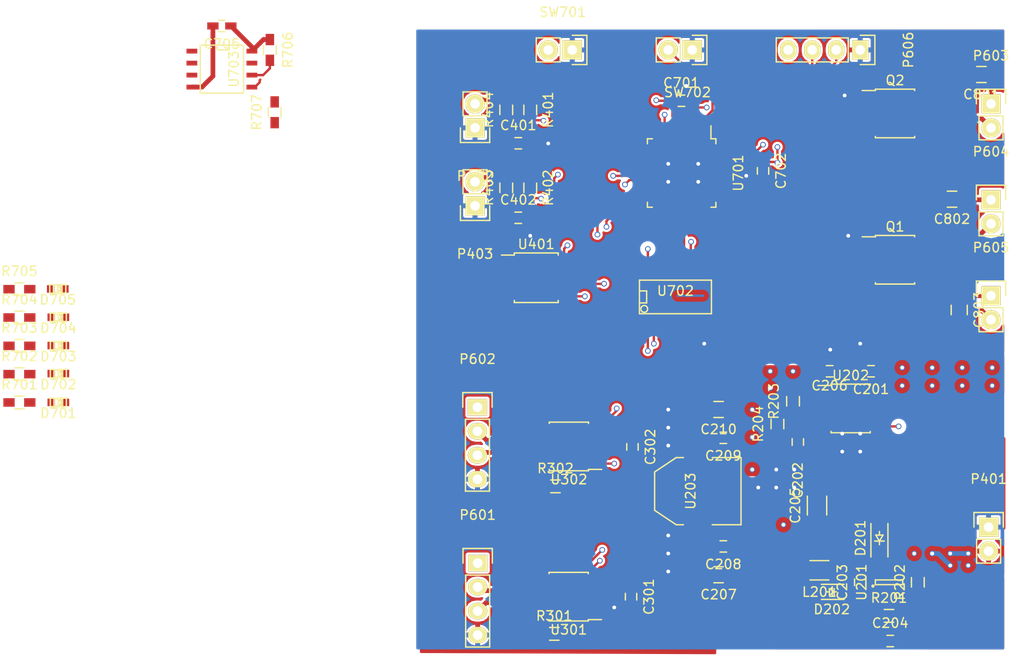
<source format=kicad_pcb>
(kicad_pcb (version 4) (host pcbnew "(2015-06-22 BZR 5801)-product")
  (layers (0 F.Cu signal) (1 In1.Cu signal) (2 In2.Cu signal) (31 B.Cu signal) (34 B.Paste user) (35 F.Paste user) (36 B.SilkS user) (37 F.SilkS user) (38 B.Mask user) (39 F.Mask user) (44 Edge.Cuts user))
  (net 0 "")
  (net 1 +15V)
  (net 2 GND)
  (net 3 /Power/12V0_SS)
  (net 4 /Power/5V0_BOOST)
  (net 5 /Power/5V0_L)
  (net 6 +5V)
  (net 7 /Power/5V0_FB)
  (net 8 +12V)
  (net 9 "/Input Connectors/KEYSKWITCH_RC")
  (net 10 "/Input Connectors/CHARGESWITCH_RC")
  (net 11 "Net-(D701-Pad2)")
  (net 12 "Net-(D702-Pad2)")
  (net 13 "Net-(D703-Pad2)")
  (net 14 "Net-(D704-Pad2)")
  (net 15 "Net-(D705-Pad2)")
  (net 16 /microController/CAN_OSC2)
  (net 17 "/Input Connectors/KEYSWITCH_R")
  (net 18 "/Input Connectors/CHARGESWITCH_R")
  (net 19 "/Can transceiver/CAN1_H_I")
  (net 20 "/Can transceiver/CAN1_L_I")
  (net 21 "/Can transceiver/CAN2_H_I")
  (net 22 "/Can transceiver/CAN2_L_I")
  (net 23 /microController/MCU_RXD)
  (net 24 /microController/MCU_TXD)
  (net 25 /Power/12V0_FB)
  (net 26 "/Can transceiver/CAN1_RS")
  (net 27 "/Can transceiver/CAN2_RS")
  (net 28 /microController/IO_LED03)
  (net 29 /microController/IO_LED02)
  (net 30 /microController/IO_LED00)
  (net 31 /microController/IO_LED10)
  (net 32 /microController/EEPROM_SCL)
  (net 33 /microController/EEPROM_SDA)
  (net 34 /microController/CLKOUT)
  (net 35 /microController/MCU_RESET)
  (net 36 /Power/EN12V0)
  (net 37 "/Can transceiver/CAN1_TX")
  (net 38 "/Can transceiver/CAN1_RX")
  (net 39 "/Can transceiver/CAN2_TX")
  (net 40 "/Can transceiver/CAN2_RX")
  (net 41 /microController/KEYSWITCH_IN)
  (net 42 /microController/CHARGESWITCH_IN)
  (net 43 /microController/CAN1_INT)
  (net 44 /microController/CAN1_SSEL)
  (net 45 /microController/CAN1_MISO)
  (net 46 /microController/CAN1_MOSI)
  (net 47 /microController/CAN1_SCK)
  (net 48 "/Contactor Driver/CON+_LOW")
  (net 49 "/Contactor Driver/CON-_LOW")
  (net 50 "/Contactor Driver/CONPRE_LOW")
  (net 51 "/Contactor Driver/CON-")
  (net 52 "/Contactor Driver/CONPRE")
  (net 53 "/Contactor Driver/CON+")
  (net 54 /outputConnectors/14V0_BRUSA)
  (net 55 "Net-(U202-Pad7)")
  (net 56 "Net-(U301-Pad5)")
  (net 57 "Net-(U302-Pad5)")
  (net 58 "Net-(U701-Pad6)")
  (net 59 "Net-(U701-Pad7)")
  (net 60 "Net-(U701-Pad9)")
  (net 61 "Net-(U701-Pad17)")
  (net 62 "Net-(U701-Pad18)")
  (net 63 "Net-(U701-Pad21)")
  (net 64 "Net-(U701-Pad24)")
  (net 65 "Net-(U701-Pad29)")
  (net 66 "Net-(U701-Pad30)")
  (net 67 "Net-(U701-Pad32)")
  (net 68 "Net-(U701-Pad33)")
  (net 69 "Net-(U701-Pad34)")
  (net 70 "Net-(U701-Pad35)")
  (net 71 "Net-(U701-Pad40)")
  (net 72 "Net-(U701-Pad42)")
  (net 73 "Net-(U702-Pad3)")
  (net 74 "Net-(U702-Pad4)")
  (net 75 "Net-(U702-Pad5)")
  (net 76 "Net-(U702-Pad6)")
  (net 77 "Net-(U702-Pad7)")
  (net 78 "Net-(U702-Pad11)")
  (net 79 "Net-(U702-Pad12)")
  (net 80 "Net-(U702-Pad15)")
  (net 81 "Net-(U703-Pad7)")
  (net 82 "Net-(U703-Pad3)")
  (net 83 "Net-(U703-Pad2)")
  (net 84 "Net-(U703-Pad1)")
  (net 85 "Net-(R703-Pad2)")
  (net 86 "Net-(U701-Pad11)")
  (net 87 "Net-(U701-Pad12)")
  (net 88 "Net-(U701-Pad13)")
  (net 89 VCC)
  (net 90 "Net-(U701-Pad1)")
  (net 91 "Net-(U701-Pad2)")
  (module Pin_Headers:Pin_Header_Straight_1x02 (layer F.Cu) (at 139.7 124.46 270)
    (fp_text reference SW702 (at 4.5 0.5 360) (layer F.SilkS))
    (fp_text value RESET)
    (pad 1 thru_hole rect (at 0 0 270) (size 2.032 2.032) (drill 1.016) (layers *.Cu *.Mask F.SilkS) (net 2 GND))
    (pad 2 thru_hole oval (at 0 2.54 270) (size 2.032 2.032) (drill 1.016) (layers *.Cu *.Mask F.SilkS) (net 35 /microController/MCU_RESET))
  )
  (module Pin_Headers:Pin_Header_Straight_1x04 (layer F.Cu) (at 157.48 124.46 270)
    (fp_text reference P606 (at 0 -5.1 270) (layer F.SilkS))
    (fp_text value UART)
    (pad 1 thru_hole rect (at 0 0 270) (size 2.032 1.7272) (drill 1.016) (layers *.Cu *.Mask F.SilkS) (net 2 GND))
    (pad 2 thru_hole oval (at 0 2.54 270) (size 2.032 1.7272) (drill 1.016) (layers *.Cu *.Mask F.SilkS) (net 23 /microController/MCU_RXD))
    (pad 3 thru_hole oval (at 0 5.08 270) (size 2.032 1.7272) (drill 1.016) (layers *.Cu *.Mask F.SilkS) (net 24 /microController/MCU_TXD))
    (pad 4 thru_hole oval (at 0 7.62 270) (size 2.032 1.7272) (drill 1.016) (layers *.Cu *.Mask F.SilkS) (net 6 +5V))
  )
  (module Pin_Headers:Pin_Header_Straight_1x02 (layer F.Cu) (at 127 124.46 270)
    (fp_text reference SW701 (at -4 1 360) (layer F.SilkS))
    (fp_text value ISP)
    (pad 1 thru_hole rect (at 0 0 270) (size 2.032 2.032) (drill 1.016) (layers *.Cu *.Mask F.SilkS) (net 2 GND))
    (pad 2 thru_hole oval (at 0 2.54 270) (size 2.032 2.032) (drill 1.016) (layers *.Cu *.Mask F.SilkS) (net 34 /microController/CLKOUT))
  )
  (module Capacitors_SMD:C_0603_HandSoldering (layer F.Cu) (at 158.623 158.496 180)
    (fp_text reference C201 (at 0 -1.9 180) (layer F.SilkS))
    (fp_text value 1uF)
    (pad 1 smd rect (at -0.95 0 180) (size 1.2 0.75) (layers F.Cu F.Paste F.Mask) (net 1 +15V))
    (pad 2 smd rect (at 0.95 0 180) (size 1.2 0.75) (layers F.Cu F.Paste F.Mask) (net 2 GND))
  )
  (module Capacitors_SMD:C_0603_HandSoldering (layer F.Cu) (at 150.876 165.989 270)
    (fp_text reference C202 (at 4.064 0 270) (layer F.SilkS))
    (fp_text value 10nF)
    (pad 1 smd rect (at -0.95 0 270) (size 1.2 0.75) (layers F.Cu F.Paste F.Mask) (net 3 /Power/12V0_SS))
    (pad 2 smd rect (at 0.95 0 270) (size 1.2 0.75) (layers F.Cu F.Paste F.Mask) (net 2 GND))
  )
  (module Capacitors_SMD:C_0603_HandSoldering (layer F.Cu) (at 157.48 180.848 90)
    (fp_text reference C203 (at 0 -1.9 90) (layer F.SilkS))
    (fp_text value 0.22pF)
    (pad 1 smd rect (at -0.95 0 90) (size 1.2 0.75) (layers F.Cu F.Paste F.Mask) (net 4 /Power/5V0_BOOST))
    (pad 2 smd rect (at 0.95 0 90) (size 1.2 0.75) (layers F.Cu F.Paste F.Mask) (net 5 /Power/5V0_L))
  )
  (module Capacitors_SMD:C_1206_HandSoldering (layer F.Cu) (at 152.908 172.72 90)
    (fp_text reference C205 (at 0 -2.3 90) (layer F.SilkS))
    (fp_text value 100uF)
    (pad 1 smd rect (at -2 0 90) (size 2 1.6) (layers F.Cu F.Paste F.Mask) (net 6 +5V))
    (pad 2 smd rect (at 2 0 90) (size 2 1.6) (layers F.Cu F.Paste F.Mask) (net 2 GND))
  )
  (module Capacitors_SMD:C_0603_HandSoldering (layer F.Cu) (at 154.239 158.496)
    (fp_text reference C206 (at 0 1.524) (layer F.SilkS))
    (fp_text value 1uF)
    (pad 1 smd rect (at -0.95 0) (size 1.2 0.75) (layers F.Cu F.Paste F.Mask) (net 8 +12V))
    (pad 2 smd rect (at 0.95 0) (size 1.2 0.75) (layers F.Cu F.Paste F.Mask) (net 2 GND))
  )
  (module Capacitors_SMD:C_0805_HandSoldering (layer F.Cu) (at 142.489 180.048 180)
    (fp_text reference C207 (at 0 -2.1 180) (layer F.SilkS))
    (fp_text value 10u)
    (pad 1 smd rect (at -1.25 0 180) (size 1.5 1.25) (layers F.Cu F.Paste F.Mask) (net 6 +5V))
    (pad 2 smd rect (at 1.25 0 180) (size 1.5 1.25) (layers F.Cu F.Paste F.Mask) (net 2 GND))
  )
  (module Capacitors_SMD:C_0603_HandSoldering (layer F.Cu) (at 142.989 177.048 180)
    (fp_text reference C208 (at 0 -1.9 180) (layer F.SilkS))
    (fp_text value 100n)
    (pad 1 smd rect (at -0.95 0 180) (size 1.2 0.75) (layers F.Cu F.Paste F.Mask) (net 6 +5V))
    (pad 2 smd rect (at 0.95 0 180) (size 1.2 0.75) (layers F.Cu F.Paste F.Mask) (net 2 GND))
  )
  (module Capacitors_SMD:C_0603_HandSoldering (layer F.Cu) (at 142.989 165.548 180)
    (fp_text reference C209 (at 0 -1.9 180) (layer F.SilkS))
    (fp_text value 100n)
    (pad 1 smd rect (at -0.95 0 180) (size 1.2 0.75) (layers F.Cu F.Paste F.Mask) (net 89 VCC))
    (pad 2 smd rect (at 0.95 0 180) (size 1.2 0.75) (layers F.Cu F.Paste F.Mask) (net 2 GND))
  )
  (module Capacitors_SMD:C_0805_HandSoldering (layer F.Cu) (at 142.489 162.548 180)
    (fp_text reference C210 (at 0 -2.1 180) (layer F.SilkS))
    (fp_text value 10u)
    (pad 1 smd rect (at -1.25 0 180) (size 1.5 1.25) (layers F.Cu F.Paste F.Mask) (net 89 VCC))
    (pad 2 smd rect (at 1.25 0 180) (size 1.5 1.25) (layers F.Cu F.Paste F.Mask) (net 2 GND))
  )
  (module Capacitors_SMD:C_0603_HandSoldering (layer F.Cu) (at 133.223 182.372 270)
    (fp_text reference C301 (at 0 -1.9 270) (layer F.SilkS))
    (fp_text value 0.1uF)
    (pad 1 smd rect (at -0.95 0 270) (size 1.2 0.75) (layers F.Cu F.Paste F.Mask) (net 6 +5V))
    (pad 2 smd rect (at 0.95 0 270) (size 1.2 0.75) (layers F.Cu F.Paste F.Mask) (net 2 GND))
  )
  (module Capacitors_SMD:C_0603_HandSoldering (layer F.Cu) (at 133.371 166.508 270)
    (fp_text reference C302 (at 0 -1.9 270) (layer F.SilkS))
    (fp_text value 0.1uF)
    (pad 1 smd rect (at -0.95 0 270) (size 1.2 0.75) (layers F.Cu F.Paste F.Mask) (net 6 +5V))
    (pad 2 smd rect (at 0.95 0 270) (size 1.2 0.75) (layers F.Cu F.Paste F.Mask) (net 2 GND))
  )
  (module Capacitors_SMD:C_0603_HandSoldering (layer F.Cu) (at 121.285 134.348)
    (fp_text reference C401 (at 0 -1.9) (layer F.SilkS))
    (fp_text value 1uF)
    (pad 1 smd rect (at -0.95 0) (size 1.2 0.75) (layers F.Cu F.Paste F.Mask) (net 9 "/Input Connectors/KEYSKWITCH_RC"))
    (pad 2 smd rect (at 0.95 0) (size 1.2 0.75) (layers F.Cu F.Paste F.Mask) (net 2 GND))
  )
  (module Capacitors_SMD:C_0603_HandSoldering (layer F.Cu) (at 121.285 142.24)
    (fp_text reference C402 (at 0 -1.9) (layer F.SilkS))
    (fp_text value 1uF)
    (pad 1 smd rect (at -0.95 0) (size 1.2 0.75) (layers F.Cu F.Paste F.Mask) (net 10 "/Input Connectors/CHARGESWITCH_RC"))
    (pad 2 smd rect (at 0.95 0) (size 1.2 0.75) (layers F.Cu F.Paste F.Mask) (net 2 GND))
  )
  (module Capacitors_SMD:C_0603_HandSoldering (layer F.Cu) (at 138.558 129.842)
    (fp_text reference C701 (at 0 -1.9) (layer F.SilkS))
    (fp_text value 100n)
    (pad 1 smd rect (at -0.95 0) (size 1.2 0.75) (layers F.Cu F.Paste F.Mask) (net 89 VCC))
    (pad 2 smd rect (at 0.95 0) (size 1.2 0.75) (layers F.Cu F.Paste F.Mask) (net 2 GND))
  )
  (module Capacitors_SMD:C_0603_HandSoldering (layer F.Cu) (at 147.193 137.274384 270)
    (fp_text reference C702 (at 0 -1.9 270) (layer F.SilkS))
    (fp_text value 100n)
    (pad 1 smd rect (at -0.95 0 270) (size 1.2 0.75) (layers F.Cu F.Paste F.Mask) (net 89 VCC))
    (pad 2 smd rect (at 0.95 0 270) (size 1.2 0.75) (layers F.Cu F.Paste F.Mask) (net 2 GND))
  )
  (module Capacitors_SMD:C_0603_HandSoldering (layer F.Cu) (at 89.916 121.92 180)
    (fp_text reference C705 (at 0 -1.9 180) (layer F.SilkS))
    (fp_text value 0.1uF)
    (pad 1 smd rect (at -0.95 0 180) (size 1.2 0.75) (layers F.Cu F.Paste F.Mask) (net 89 VCC))
    (pad 2 smd rect (at 0.95 0 180) (size 1.2 0.75) (layers F.Cu F.Paste F.Mask) (net 2 GND))
  )
  (module Diodes_SMD:SOD-123 (layer F.Cu) (at 159.512 176.165 90)
    (fp_text reference D201 (at 0 -2 90) (layer F.SilkS))
    (fp_text value MBR0540)
    (pad 1 smd rect (at -1.635 0 90) (size 0.91 1.22) (layers F.Cu F.Paste F.Mask) (net 5 /Power/5V0_L))
    (pad 2 smd rect (at 1.635 0 90) (size 0.91 1.22) (layers F.Cu F.Paste F.Mask) (net 2 GND))
  )
  (module Diodes_SMD:SOD-323 (layer F.Cu) (at 154.471 181.864 180)
    (fp_text reference D202 (at 0 -1.85 180) (layer F.SilkS))
    (fp_text value CMDSH-3)
    (pad 1 smd rect (at -1.055 0 180) (size 0.59 0.45) (layers F.Cu F.Paste F.Mask) (net 4 /Power/5V0_BOOST))
    (pad 2 smd rect (at 1.055 0 180) (size 0.59 0.45) (layers F.Cu F.Paste F.Mask) (net 6 +5V))
  )
  (module LEDs:LED-0603 (layer F.Cu) (at 72.606498 161.79171 180)
    (fp_text reference D701 (at 0 -1.15 180) (layer F.SilkS))
    (fp_text value RED)
    (pad 2 smd rect (at 0.7493 0) (size 0.79756 0.79756) (layers F.Cu F.Paste F.Mask) (net 11 "Net-(D701-Pad2)"))
    (pad 1 smd rect (at -0.7493 0) (size 0.79756 0.79756) (layers F.Cu F.Paste F.Mask) (net 2 GND))
  )
  (module LEDs:LED-0603 (layer F.Cu) (at 72.606498 158.74371 180)
    (fp_text reference D702 (at 0 -1.15 180) (layer F.SilkS))
    (fp_text value RED)
    (pad 2 smd rect (at 0.7493 0) (size 0.79756 0.79756) (layers F.Cu F.Paste F.Mask) (net 12 "Net-(D702-Pad2)"))
    (pad 1 smd rect (at -0.7493 0) (size 0.79756 0.79756) (layers F.Cu F.Paste F.Mask) (net 2 GND))
  )
  (module LEDs:LED-0603 (layer F.Cu) (at 72.606498 155.77571 180)
    (fp_text reference D703 (at 0 -1.15 180) (layer F.SilkS))
    (fp_text value RED)
    (pad 2 smd rect (at 0.7493 0) (size 0.79756 0.79756) (layers F.Cu F.Paste F.Mask) (net 13 "Net-(D703-Pad2)"))
    (pad 1 smd rect (at -0.7493 0) (size 0.79756 0.79756) (layers F.Cu F.Paste F.Mask) (net 2 GND))
  )
  (module LEDs:LED-0603 (layer F.Cu) (at 72.606498 152.77571 180)
    (fp_text reference D704 (at 0 -1.15 180) (layer F.SilkS))
    (fp_text value RED)
    (pad 2 smd rect (at 0.7493 0) (size 0.79756 0.79756) (layers F.Cu F.Paste F.Mask) (net 14 "Net-(D704-Pad2)"))
    (pad 1 smd rect (at -0.7493 0) (size 0.79756 0.79756) (layers F.Cu F.Paste F.Mask) (net 2 GND))
  )
  (module LEDs:LED-0603 (layer F.Cu) (at 72.546498 149.77571 180)
    (fp_text reference D705 (at 0 -1.15 180) (layer F.SilkS))
    (fp_text value RED)
    (pad 2 smd rect (at 0.7493 0) (size 0.79756 0.79756) (layers F.Cu F.Paste F.Mask) (net 15 "Net-(D705-Pad2)"))
    (pad 1 smd rect (at -0.7493 0) (size 0.79756 0.79756) (layers F.Cu F.Paste F.Mask) (net 2 GND))
  )
  (module Capacitors_SMD:C_1206_HandSoldering (layer F.Cu) (at 153.162 179.578 180)
    (fp_text reference L201 (at 0 -2.3 180) (layer F.SilkS))
    (fp_text value 47uH)
    (pad 1 smd rect (at -2 0 180) (size 2 1.6) (layers F.Cu F.Paste F.Mask) (net 5 /Power/5V0_L))
    (pad 2 smd rect (at 2 0 180) (size 2 1.6) (layers F.Cu F.Paste F.Mask) (net 6 +5V))
  )
  (module Pin_Headers:Pin_Header_Straight_1x02 (layer F.Cu) (at 171.069 175.006)
    (fp_text reference P401 (at 0 -5.1) (layer F.SilkS))
    (fp_text value POWERCON)
    (pad 1 thru_hole rect (at 0 0) (size 2.032 2.032) (drill 1.016) (layers *.Cu *.Mask F.SilkS) (net 2 GND))
    (pad 2 thru_hole oval (at 0 2.54) (size 2.032 2.032) (drill 1.016) (layers *.Cu *.Mask F.SilkS) (net 1 +15V))
  )
  (module Pin_Headers:Pin_Header_Straight_1x02 (layer F.Cu) (at 116.713 132.715 180)
    (fp_text reference P402 (at 0 -5.1 180) (layer F.SilkS))
    (fp_text value KEYSWITCH)
    (pad 1 thru_hole rect (at 0 0 180) (size 2.032 2.032) (drill 1.016) (layers *.Cu *.Mask F.SilkS) (net 2 GND))
    (pad 2 thru_hole oval (at 0 2.54 180) (size 2.032 2.032) (drill 1.016) (layers *.Cu *.Mask F.SilkS) (net 17 "/Input Connectors/KEYSWITCH_R"))
  )
  (module Pin_Headers:Pin_Header_Straight_1x02 (layer F.Cu) (at 116.713 140.97 180)
    (fp_text reference P403 (at 0 -5.1 180) (layer F.SilkS))
    (fp_text value CHARGESW)
    (pad 1 thru_hole rect (at 0 0 180) (size 2.032 2.032) (drill 1.016) (layers *.Cu *.Mask F.SilkS) (net 2 GND))
    (pad 2 thru_hole oval (at 0 2.54 180) (size 2.032 2.032) (drill 1.016) (layers *.Cu *.Mask F.SilkS) (net 18 "/Input Connectors/CHARGESWITCH_R"))
  )
  (module Pin_Headers:Pin_Header_Straight_1x04 (layer F.Cu) (at 116.991 178.816)
    (fp_text reference P601 (at 0 -5.1) (layer F.SilkS))
    (fp_text value BRUSA_CANCON)
    (pad 1 thru_hole rect (at 0 0) (size 2.032 1.7272) (drill 1.016) (layers *.Cu *.Mask F.SilkS) (net 54 /outputConnectors/14V0_BRUSA))
    (pad 2 thru_hole oval (at 0 2.54) (size 2.032 1.7272) (drill 1.016) (layers *.Cu *.Mask F.SilkS) (net 19 "/Can transceiver/CAN1_H_I"))
    (pad 3 thru_hole oval (at 0 5.08) (size 2.032 1.7272) (drill 1.016) (layers *.Cu *.Mask F.SilkS) (net 20 "/Can transceiver/CAN1_L_I"))
    (pad 4 thru_hole oval (at 0 7.62) (size 2.032 1.7272) (drill 1.016) (layers *.Cu *.Mask F.SilkS) (net 2 GND))
  )
  (module Pin_Headers:Pin_Header_Straight_1x04 (layer F.Cu) (at 116.967 162.306)
    (fp_text reference P602 (at 0 -5.1) (layer F.SilkS))
    (fp_text value A123_CANCON)
    (pad 1 thru_hole rect (at 0 0) (size 2.032 1.7272) (drill 1.016) (layers *.Cu *.Mask F.SilkS) (net 8 +12V))
    (pad 2 thru_hole oval (at 0 2.54) (size 2.032 1.7272) (drill 1.016) (layers *.Cu *.Mask F.SilkS) (net 21 "/Can transceiver/CAN2_H_I"))
    (pad 3 thru_hole oval (at 0 5.08) (size 2.032 1.7272) (drill 1.016) (layers *.Cu *.Mask F.SilkS) (net 22 "/Can transceiver/CAN2_L_I"))
    (pad 4 thru_hole oval (at 0 7.62) (size 2.032 1.7272) (drill 1.016) (layers *.Cu *.Mask F.SilkS) (net 2 GND))
  )
  (module Pin_Headers:Pin_Header_Straight_1x02 (layer F.Cu) (at 171.323 130.175)
    (fp_text reference P603 (at 0 -5.1) (layer F.SilkS))
    (fp_text value CON+)
    (pad 1 thru_hole rect (at 0 0) (size 2.032 2.032) (drill 1.016) (layers *.Cu *.Mask F.SilkS) (net 1 +15V))
    (pad 2 thru_hole oval (at 0 2.54) (size 2.032 2.032) (drill 1.016) (layers *.Cu *.Mask F.SilkS) (net 48 "/Contactor Driver/CON+_LOW"))
  )
  (module Pin_Headers:Pin_Header_Straight_1x02 (layer F.Cu) (at 171.323 140.335)
    (fp_text reference P604 (at 0 -5.1) (layer F.SilkS))
    (fp_text value CON-)
    (pad 1 thru_hole rect (at 0 0) (size 2.032 2.032) (drill 1.016) (layers *.Cu *.Mask F.SilkS) (net 1 +15V))
    (pad 2 thru_hole oval (at 0 2.54) (size 2.032 2.032) (drill 1.016) (layers *.Cu *.Mask F.SilkS) (net 49 "/Contactor Driver/CON-_LOW"))
  )
  (module Pin_Headers:Pin_Header_Straight_1x02 (layer F.Cu) (at 171.323 150.495)
    (fp_text reference P605 (at 0 -5.1) (layer F.SilkS))
    (fp_text value CONPRE)
    (pad 1 thru_hole rect (at 0 0) (size 2.032 2.032) (drill 1.016) (layers *.Cu *.Mask F.SilkS) (net 1 +15V))
    (pad 2 thru_hole oval (at 0 2.54) (size 2.032 2.032) (drill 1.016) (layers *.Cu *.Mask F.SilkS) (net 50 "/Contactor Driver/CONPRE_LOW"))
  )
  (module Resistors_SMD:R_0603_HandSoldering (layer F.Cu) (at 160.528 184.404)
    (fp_text reference R201 (at 0 -1.9) (layer F.SilkS))
    (fp_text value 1M)
    (pad 1 smd rect (at -1.1 0) (size 1.2 0.9) (layers F.Cu F.Paste F.Mask) (net 6 +5V))
    (pad 2 smd rect (at 1.1 0) (size 1.2 0.9) (layers F.Cu F.Paste F.Mask) (net 7 /Power/5V0_FB))
  )
  (module Resistors_SMD:R_0603_HandSoldering (layer F.Cu) (at 163.576 180.848 90)
    (fp_text reference R202 (at 0 -1.9 90) (layer F.SilkS))
    (fp_text value 604K)
    (pad 1 smd rect (at -1.1 0 90) (size 1.2 0.9) (layers F.Cu F.Paste F.Mask) (net 7 /Power/5V0_FB))
    (pad 2 smd rect (at 1.1 0 90) (size 1.2 0.9) (layers F.Cu F.Paste F.Mask) (net 2 GND))
  )
  (module Resistors_SMD:R_0603_HandSoldering (layer F.Cu) (at 150.368 161.671 270)
    (fp_text reference R203 (at 0 2.032 270) (layer F.SilkS))
    (fp_text value 88.7k)
    (pad 1 smd rect (at -1.1 0 270) (size 1.2 0.9) (layers F.Cu F.Paste F.Mask) (net 8 +12V))
    (pad 2 smd rect (at 1.1 0 270) (size 1.2 0.9) (layers F.Cu F.Paste F.Mask) (net 25 /Power/12V0_FB))
  )
  (module Resistors_SMD:R_0603_HandSoldering (layer F.Cu) (at 148.717 164.084 270)
    (fp_text reference R204 (at 0 2.032 270) (layer F.SilkS))
    (fp_text value 10k)
    (pad 1 smd rect (at -1.1 0 270) (size 1.2 0.9) (layers F.Cu F.Paste F.Mask) (net 25 /Power/12V0_FB))
    (pad 2 smd rect (at 1.1 0 270) (size 1.2 0.9) (layers F.Cu F.Paste F.Mask) (net 2 GND))
  )
  (module Resistors_SMD:R_0603_HandSoldering (layer F.Cu) (at 125.095 186.309)
    (fp_text reference R301 (at 0 -1.9) (layer F.SilkS))
    (fp_text value 33k)
    (pad 1 smd rect (at -1.1 0) (size 1.2 0.9) (layers F.Cu F.Paste F.Mask) (net 26 "/Can transceiver/CAN1_RS"))
    (pad 2 smd rect (at 1.1 0) (size 1.2 0.9) (layers F.Cu F.Paste F.Mask) (net 2 GND))
  )
  (module Resistors_SMD:R_0603_HandSoldering (layer F.Cu) (at 125.222 170.688)
    (fp_text reference R302 (at 0 -1.9) (layer F.SilkS))
    (fp_text value 33k)
    (pad 1 smd rect (at -1.1 0) (size 1.2 0.9) (layers F.Cu F.Paste F.Mask) (net 27 "/Can transceiver/CAN2_RS"))
    (pad 2 smd rect (at 1.1 0) (size 1.2 0.9) (layers F.Cu F.Paste F.Mask) (net 2 GND))
  )
  (module Resistors_SMD:R_0603_HandSoldering (layer F.Cu) (at 122.555 130.81 270)
    (fp_text reference R401 (at 0 -1.9 270) (layer F.SilkS))
    (fp_text value 20k)
    (pad 1 smd rect (at -1.1 0 270) (size 1.2 0.9) (layers F.Cu F.Paste F.Mask) (net 17 "/Input Connectors/KEYSWITCH_R"))
    (pad 2 smd rect (at 1.1 0 270) (size 1.2 0.9) (layers F.Cu F.Paste F.Mask) (net 89 VCC))
  )
  (module Resistors_SMD:R_0603_HandSoldering (layer F.Cu) (at 122.555 139.065 270)
    (fp_text reference R402 (at 0 -1.9 270) (layer F.SilkS))
    (fp_text value 20k)
    (pad 1 smd rect (at -1.1 0 270) (size 1.2 0.9) (layers F.Cu F.Paste F.Mask) (net 18 "/Input Connectors/CHARGESWITCH_R"))
    (pad 2 smd rect (at 1.1 0 270) (size 1.2 0.9) (layers F.Cu F.Paste F.Mask) (net 89 VCC))
  )
  (module Resistors_SMD:R_0603_HandSoldering (layer F.Cu) (at 120.015 139.065 90)
    (fp_text reference R403 (at 0 -1.9 90) (layer F.SilkS))
    (fp_text value 20k)
    (pad 1 smd rect (at -1.1 0 90) (size 1.2 0.9) (layers F.Cu F.Paste F.Mask) (net 10 "/Input Connectors/CHARGESWITCH_RC"))
    (pad 2 smd rect (at 1.1 0 90) (size 1.2 0.9) (layers F.Cu F.Paste F.Mask) (net 18 "/Input Connectors/CHARGESWITCH_R"))
  )
  (module Resistors_SMD:R_0603_HandSoldering (layer F.Cu) (at 120.015 130.81 90)
    (fp_text reference R404 (at 0 -1.9 90) (layer F.SilkS))
    (fp_text value 20k)
    (pad 1 smd rect (at -1.1 0 90) (size 1.2 0.9) (layers F.Cu F.Paste F.Mask) (net 9 "/Input Connectors/KEYSKWITCH_RC"))
    (pad 2 smd rect (at 1.1 0 90) (size 1.2 0.9) (layers F.Cu F.Paste F.Mask) (net 17 "/Input Connectors/KEYSWITCH_R"))
  )
  (module Resistors_SMD:R_0603_HandSoldering (layer F.Cu) (at 68.485504 161.801296)
    (fp_text reference R701 (at 0 -1.9) (layer F.SilkS))
    (fp_text value 330)
    (pad 1 smd rect (at -1.1 0) (size 1.2 0.9) (layers F.Cu F.Paste F.Mask) (net 11 "Net-(D701-Pad2)"))
    (pad 2 smd rect (at 1.1 0) (size 1.2 0.9) (layers F.Cu F.Paste F.Mask) (net 28 /microController/IO_LED03))
  )
  (module Resistors_SMD:R_0603_HandSoldering (layer F.Cu) (at 68.485504 158.801296)
    (fp_text reference R702 (at 0 -1.9) (layer F.SilkS))
    (fp_text value 330)
    (pad 1 smd rect (at -1.1 0) (size 1.2 0.9) (layers F.Cu F.Paste F.Mask) (net 12 "Net-(D702-Pad2)"))
    (pad 2 smd rect (at 1.1 0) (size 1.2 0.9) (layers F.Cu F.Paste F.Mask) (net 29 /microController/IO_LED02))
  )
  (module Resistors_SMD:R_0603_HandSoldering (layer F.Cu) (at 68.485504 155.801296)
    (fp_text reference R703 (at 0 -1.9) (layer F.SilkS))
    (fp_text value 330)
    (pad 1 smd rect (at -1.1 0) (size 1.2 0.9) (layers F.Cu F.Paste F.Mask) (net 13 "Net-(D703-Pad2)"))
    (pad 2 smd rect (at 1.1 0) (size 1.2 0.9) (layers F.Cu F.Paste F.Mask) (net 85 "Net-(R703-Pad2)"))
  )
  (module Resistors_SMD:R_0603_HandSoldering (layer F.Cu) (at 68.485504 152.801296)
    (fp_text reference R704 (at 0 -1.9) (layer F.SilkS))
    (fp_text value 330)
    (pad 1 smd rect (at -1.1 0) (size 1.2 0.9) (layers F.Cu F.Paste F.Mask) (net 14 "Net-(D704-Pad2)"))
    (pad 2 smd rect (at 1.1 0) (size 1.2 0.9) (layers F.Cu F.Paste F.Mask) (net 30 /microController/IO_LED00))
  )
  (module Resistors_SMD:R_0603_HandSoldering (layer F.Cu) (at 68.485504 149.801296)
    (fp_text reference R705 (at 0 -1.9) (layer F.SilkS))
    (fp_text value 330)
    (pad 1 smd rect (at -1.1 0) (size 1.2 0.9) (layers F.Cu F.Paste F.Mask) (net 31 /microController/IO_LED10))
    (pad 2 smd rect (at 1.1 0) (size 1.2 0.9) (layers F.Cu F.Paste F.Mask) (net 15 "Net-(D705-Pad2)"))
  )
  (module Resistors_SMD:R_0603_HandSoldering (layer F.Cu) (at 94.996 124.46 270)
    (fp_text reference R706 (at 0 -1.9 270) (layer F.SilkS))
    (fp_text value 1k)
    (pad 1 smd rect (at -1.1 0 270) (size 1.2 0.9) (layers F.Cu F.Paste F.Mask) (net 89 VCC))
    (pad 2 smd rect (at 1.1 0 270) (size 1.2 0.9) (layers F.Cu F.Paste F.Mask) (net 32 /microController/EEPROM_SCL))
  )
  (module Resistors_SMD:R_0603_HandSoldering (layer F.Cu) (at 95.504 131.064 90)
    (fp_text reference R707 (at 0 -1.9 90) (layer F.SilkS))
    (fp_text value 1k)
    (pad 1 smd rect (at -1.1 0 90) (size 1.2 0.9) (layers F.Cu F.Paste F.Mask) (net 89 VCC))
    (pad 2 smd rect (at 1.1 0 90) (size 1.2 0.9) (layers F.Cu F.Paste F.Mask) (net 33 /microController/EEPROM_SDA))
  )
  (module Housings_SOT-23_SOT-143_TSOT-6:SOT-23-6 (layer F.Cu) (at 160.528 180.848 90)
    (fp_text reference U201 (at 0 -2.9 90) (layer F.SilkS))
    (fp_text value LT1934)
    (pad 1 smd rect (at -1.1 -0.95 90) (size 1.06 0.65) (layers F.Cu F.Paste F.Mask) (net 4 /Power/5V0_BOOST))
    (pad 2 smd rect (at -1.1 0 90) (size 1.06 0.65) (layers F.Cu F.Paste F.Mask) (net 2 GND))
    (pad 3 smd rect (at -1.1 0.95 90) (size 1.06 0.65) (layers F.Cu F.Paste F.Mask) (net 7 /Power/5V0_FB))
    (pad 4 smd rect (at 1.1 0.95 90) (size 1.06 0.65) (layers F.Cu F.Paste F.Mask) (net 2 GND))
    (pad 6 smd rect (at 1.1 -0.95 90) (size 1.06 0.65) (layers F.Cu F.Paste F.Mask) (net 5 /Power/5V0_L))
    (pad 5 smd rect (at 1.1 0 90) (size 1.06 0.65) (layers F.Cu F.Paste F.Mask) (net 1 +15V))
  )
  (module Housings_SOIC:SOIC-8-1EP_3.9x4.9mm_Pitch1.27mm (layer F.Cu) (at 156.464 162.433)
    (fp_text reference U202 (at 0 -3.5) (layer F.SilkS))
    (fp_text value ADP7105)
    (pad 1 smd rect (at -2.7 -1.905) (size 1.55 0.6) (layers F.Cu F.Paste F.Mask) (net 8 +12V))
    (pad 2 smd rect (at -2.7 -0.635) (size 1.55 0.6) (layers F.Cu F.Paste F.Mask) (net 25 /Power/12V0_FB))
    (pad 3 smd rect (at -2.7 0.635) (size 1.55 0.6) (layers F.Cu F.Paste F.Mask) (net 2 GND))
    (pad 4 smd rect (at -2.7 1.905) (size 1.55 0.6) (layers F.Cu F.Paste F.Mask) (net 3 /Power/12V0_SS))
    (pad 5 smd rect (at 2.7 1.905) (size 1.55 0.6) (layers F.Cu F.Paste F.Mask) (net 36 /Power/EN12V0))
    (pad 6 smd rect (at 2.7 0.635) (size 1.55 0.6) (layers F.Cu F.Paste F.Mask) (net 2 GND))
    (pad 7 smd rect (at 2.7 -0.635) (size 1.55 0.6) (layers F.Cu F.Paste F.Mask) (net 55 "Net-(U202-Pad7)"))
    (pad 8 smd rect (at 2.7 -1.905) (size 1.55 0.6) (layers F.Cu F.Paste F.Mask) (net 1 +15V))
    (pad 9 smd rect (at 0.5875 0.5875) (size 1.175 1.175) (layers F.Cu F.Paste F.Mask) (net 2 GND))
    (pad 9 smd rect (at 0.5875 -0.5875) (size 1.175 1.175) (layers F.Cu F.Paste F.Mask) (net 2 GND))
    (pad 9 smd rect (at -0.5875 0.5875) (size 1.175 1.175) (layers F.Cu F.Paste F.Mask) (net 2 GND))
    (pad 9 smd rect (at -0.5875 -0.5875) (size 1.175 1.175) (layers F.Cu F.Paste F.Mask) (net 2 GND))
  )
  (module SMD_Packages:SOT-223 (layer F.Cu) (at 140.291 171.196 90)
    (fp_text reference U203 (at 0 -0.762 90) (layer F.SilkS))
    (fp_text value SPX2920M3-3.3)
    (pad 4 smd rect (at 0 -3.302 90) (size 3.6576 2.032) (layers F.Cu F.Paste F.Mask) (net 2 GND))
    (pad 2 smd rect (at 0 3.302 90) (size 1.016 2.032) (layers F.Cu F.Paste F.Mask) (net 2 GND))
    (pad 3 smd rect (at 2.286 3.302 90) (size 1.016 2.032) (layers F.Cu F.Paste F.Mask) (net 89 VCC))
    (pad 1 smd rect (at -2.286 3.302 90) (size 1.016 2.032) (layers F.Cu F.Paste F.Mask) (net 6 +5V))
  )
  (module Housings_SOIC:SOIC-8_3.9x4.9mm_Pitch1.27mm (layer F.Cu) (at 126.619 182.372 180)
    (fp_text reference U301 (at 0 -3.5 180) (layer F.SilkS))
    (fp_text value MCP2551-I/SN)
    (pad 1 smd rect (at -2.7 -1.905 180) (size 1.55 0.6) (layers F.Cu F.Paste F.Mask) (net 37 "/Can transceiver/CAN1_TX"))
    (pad 2 smd rect (at -2.7 -0.635 180) (size 1.55 0.6) (layers F.Cu F.Paste F.Mask) (net 2 GND))
    (pad 3 smd rect (at -2.7 0.635 180) (size 1.55 0.6) (layers F.Cu F.Paste F.Mask) (net 6 +5V))
    (pad 4 smd rect (at -2.7 1.905 180) (size 1.55 0.6) (layers F.Cu F.Paste F.Mask) (net 38 "/Can transceiver/CAN1_RX"))
    (pad 5 smd rect (at 2.7 1.905 180) (size 1.55 0.6) (layers F.Cu F.Paste F.Mask) (net 56 "Net-(U301-Pad5)"))
    (pad 6 smd rect (at 2.7 0.635 180) (size 1.55 0.6) (layers F.Cu F.Paste F.Mask) (net 19 "/Can transceiver/CAN1_H_I"))
    (pad 7 smd rect (at 2.7 -0.635 180) (size 1.55 0.6) (layers F.Cu F.Paste F.Mask) (net 20 "/Can transceiver/CAN1_L_I"))
    (pad 8 smd rect (at 2.7 -1.905 180) (size 1.55 0.6) (layers F.Cu F.Paste F.Mask) (net 26 "/Can transceiver/CAN1_RS"))
  )
  (module Housings_SOIC:SOIC-8_3.9x4.9mm_Pitch1.27mm (layer F.Cu) (at 126.643 166.46 180)
    (fp_text reference U302 (at 0 -3.5 180) (layer F.SilkS))
    (fp_text value MCP2551-I/SN)
    (pad 1 smd rect (at -2.7 -1.905 180) (size 1.55 0.6) (layers F.Cu F.Paste F.Mask) (net 39 "/Can transceiver/CAN2_TX"))
    (pad 2 smd rect (at -2.7 -0.635 180) (size 1.55 0.6) (layers F.Cu F.Paste F.Mask) (net 2 GND))
    (pad 3 smd rect (at -2.7 0.635 180) (size 1.55 0.6) (layers F.Cu F.Paste F.Mask) (net 6 +5V))
    (pad 4 smd rect (at -2.7 1.905 180) (size 1.55 0.6) (layers F.Cu F.Paste F.Mask) (net 40 "/Can transceiver/CAN2_RX"))
    (pad 5 smd rect (at 2.7 1.905 180) (size 1.55 0.6) (layers F.Cu F.Paste F.Mask) (net 57 "Net-(U302-Pad5)"))
    (pad 6 smd rect (at 2.7 0.635 180) (size 1.55 0.6) (layers F.Cu F.Paste F.Mask) (net 21 "/Can transceiver/CAN2_H_I"))
    (pad 7 smd rect (at 2.7 -0.635 180) (size 1.55 0.6) (layers F.Cu F.Paste F.Mask) (net 22 "/Can transceiver/CAN2_L_I"))
    (pad 8 smd rect (at 2.7 -1.905 180) (size 1.55 0.6) (layers F.Cu F.Paste F.Mask) (net 27 "/Can transceiver/CAN2_RS"))
  )
  (module Housings_SSOP:TSSOP-14_4.4x5mm_Pitch0.65mm (layer F.Cu) (at 123.19 148.59)
    (fp_text reference U401 (at 0 -3.55) (layer F.SilkS))
    (fp_text value 74LS14)
    (pad 1 smd rect (at -2.95 -1.95) (size 1.45 0.45) (layers F.Cu F.Paste F.Mask))
    (pad 2 smd rect (at -2.95 -1.3) (size 1.45 0.45) (layers F.Cu F.Paste F.Mask))
    (pad 3 smd rect (at -2.95 -0.65) (size 1.45 0.45) (layers F.Cu F.Paste F.Mask))
    (pad 4 smd rect (at -2.95 0) (size 1.45 0.45) (layers F.Cu F.Paste F.Mask))
    (pad 5 smd rect (at -2.95 0.65) (size 1.45 0.45) (layers F.Cu F.Paste F.Mask))
    (pad 6 smd rect (at -2.95 1.3) (size 1.45 0.45) (layers F.Cu F.Paste F.Mask))
    (pad 7 smd rect (at -2.95 1.95) (size 1.45 0.45) (layers F.Cu F.Paste F.Mask) (net 2 GND))
    (pad 8 smd rect (at 2.95 1.95) (size 1.45 0.45) (layers F.Cu F.Paste F.Mask) (net 42 /microController/CHARGESWITCH_IN))
    (pad 9 smd rect (at 2.95 1.3) (size 1.45 0.45) (layers F.Cu F.Paste F.Mask) (net 10 "/Input Connectors/CHARGESWITCH_RC"))
    (pad 10 smd rect (at 2.95 0.65) (size 1.45 0.45) (layers F.Cu F.Paste F.Mask) (net 41 /microController/KEYSWITCH_IN))
    (pad 11 smd rect (at 2.95 0) (size 1.45 0.45) (layers F.Cu F.Paste F.Mask) (net 9 "/Input Connectors/KEYSKWITCH_RC"))
    (pad 12 smd rect (at 2.95 -0.65) (size 1.45 0.45) (layers F.Cu F.Paste F.Mask) (net 16 /microController/CAN_OSC2))
    (pad 13 smd rect (at 2.95 -1.3) (size 1.45 0.45) (layers F.Cu F.Paste F.Mask) (net 34 /microController/CLKOUT))
    (pad 14 smd rect (at 2.95 -1.95) (size 1.45 0.45) (layers F.Cu F.Paste F.Mask) (net 89 VCC))
  )
  (module Housings_QFP:LQFP-48_7x7mm_Pitch0.5mm (layer F.Cu) (at 138.578636 137.496384 270)
    (fp_text reference U701 (at 0 -6 270) (layer F.SilkS))
    (fp_text value LPC11C14)
    (pad 1 smd rect (at -4.35 -2.75 270) (size 1.3 0.25) (layers F.Cu F.Paste F.Mask) (net 90 "Net-(U701-Pad1)"))
    (pad 2 smd rect (at -4.35 -2.25 270) (size 1.3 0.25) (layers F.Cu F.Paste F.Mask) (net 91 "Net-(U701-Pad2)"))
    (pad 3 smd rect (at -4.35 -1.75 270) (size 1.3 0.25) (layers F.Cu F.Paste F.Mask) (net 35 /microController/MCU_RESET))
    (pad 4 smd rect (at -4.35 -1.25 270) (size 1.3 0.25) (layers F.Cu F.Paste F.Mask) (net 34 /microController/CLKOUT))
    (pad 5 smd rect (at -4.35 -0.75 270) (size 1.3 0.25) (layers F.Cu F.Paste F.Mask) (net 2 GND))
    (pad 6 smd rect (at -4.35 -0.25 270) (size 1.3 0.25) (layers F.Cu F.Paste F.Mask) (net 58 "Net-(U701-Pad6)"))
    (pad 7 smd rect (at -4.35 0.25 270) (size 1.3 0.25) (layers F.Cu F.Paste F.Mask) (net 59 "Net-(U701-Pad7)"))
    (pad 8 smd rect (at -4.35 0.75 270) (size 1.3 0.25) (layers F.Cu F.Paste F.Mask) (net 89 VCC))
    (pad 9 smd rect (at -4.35 1.25 270) (size 1.3 0.25) (layers F.Cu F.Paste F.Mask) (net 60 "Net-(U701-Pad9)"))
    (pad 10 smd rect (at -4.35 1.75 270) (size 1.3 0.25) (layers F.Cu F.Paste F.Mask) (net 43 /microController/CAN1_INT))
    (pad 11 smd rect (at -4.35 2.25 270) (size 1.3 0.25) (layers F.Cu F.Paste F.Mask) (net 86 "Net-(U701-Pad11)"))
    (pad 12 smd rect (at -4.35 2.75 270) (size 1.3 0.25) (layers F.Cu F.Paste F.Mask) (net 87 "Net-(U701-Pad12)"))
    (pad 13 smd rect (at -2.75 4.35) (size 1.3 0.25) (layers F.Cu F.Paste F.Mask) (net 88 "Net-(U701-Pad13)"))
    (pad 14 smd rect (at -2.25 4.35) (size 1.3 0.25) (layers F.Cu F.Paste F.Mask) (net 89 VCC))
    (pad 15 smd rect (at -1.75 4.35) (size 1.3 0.25) (layers F.Cu F.Paste F.Mask) (net 32 /microController/EEPROM_SCL))
    (pad 16 smd rect (at -1.25 4.35) (size 1.3 0.25) (layers F.Cu F.Paste F.Mask) (net 33 /microController/EEPROM_SDA))
    (pad 17 smd rect (at -0.75 4.35) (size 1.3 0.25) (layers F.Cu F.Paste F.Mask) (net 61 "Net-(U701-Pad17)"))
    (pad 18 smd rect (at -0.25 4.35) (size 1.3 0.25) (layers F.Cu F.Paste F.Mask) (net 62 "Net-(U701-Pad18)"))
    (pad 19 smd rect (at 0.25 4.35) (size 1.3 0.25) (layers F.Cu F.Paste F.Mask) (net 40 "/Can transceiver/CAN2_RX"))
    (pad 20 smd rect (at 0.75 4.35) (size 1.3 0.25) (layers F.Cu F.Paste F.Mask) (net 39 "/Can transceiver/CAN2_TX"))
    (pad 21 smd rect (at 1.25 4.35) (size 1.3 0.25) (layers F.Cu F.Paste F.Mask) (net 63 "Net-(U701-Pad21)"))
    (pad 22 smd rect (at 1.75 4.35) (size 1.3 0.25) (layers F.Cu F.Paste F.Mask) (net 42 /microController/CHARGESWITCH_IN))
    (pad 23 smd rect (at 2.25 4.35) (size 1.3 0.25) (layers F.Cu F.Paste F.Mask) (net 41 /microController/KEYSWITCH_IN))
    (pad 24 smd rect (at 2.75 4.35) (size 1.3 0.25) (layers F.Cu F.Paste F.Mask) (net 64 "Net-(U701-Pad24)"))
    (pad 25 smd rect (at 4.35 2.75 270) (size 1.3 0.25) (layers F.Cu F.Paste F.Mask) (net 31 /microController/IO_LED10))
    (pad 26 smd rect (at 4.35 2.25 270) (size 1.3 0.25) (layers F.Cu F.Paste F.Mask) (net 44 /microController/CAN1_SSEL))
    (pad 27 smd rect (at 4.35 1.75 270) (size 1.3 0.25) (layers F.Cu F.Paste F.Mask) (net 45 /microController/CAN1_MISO))
    (pad 28 smd rect (at 4.35 1.25 270) (size 1.3 0.25) (layers F.Cu F.Paste F.Mask) (net 46 /microController/CAN1_MOSI))
    (pad 29 smd rect (at 4.35 0.75 270) (size 1.3 0.25) (layers F.Cu F.Paste F.Mask) (net 65 "Net-(U701-Pad29)"))
    (pad 30 smd rect (at 4.35 0.25 270) (size 1.3 0.25) (layers F.Cu F.Paste F.Mask) (net 66 "Net-(U701-Pad30)"))
    (pad 31 smd rect (at 4.35 -0.25 270) (size 1.3 0.25) (layers F.Cu F.Paste F.Mask) (net 47 /microController/CAN1_SCK))
    (pad 32 smd rect (at 4.35 -0.75 270) (size 1.3 0.25) (layers F.Cu F.Paste F.Mask) (net 67 "Net-(U701-Pad32)"))
    (pad 33 smd rect (at 4.35 -1.25 270) (size 1.3 0.25) (layers F.Cu F.Paste F.Mask) (net 68 "Net-(U701-Pad33)"))
    (pad 34 smd rect (at 4.35 -1.75 270) (size 1.3 0.25) (layers F.Cu F.Paste F.Mask) (net 69 "Net-(U701-Pad34)"))
    (pad 35 smd rect (at 4.35 -2.25 270) (size 1.3 0.25) (layers F.Cu F.Paste F.Mask) (net 70 "Net-(U701-Pad35)"))
    (pad 36 smd rect (at 4.35 -2.75 270) (size 1.3 0.25) (layers F.Cu F.Paste F.Mask) (net 30 /microController/IO_LED00))
    (pad 37 smd rect (at 2.75 -4.35) (size 1.3 0.25) (layers F.Cu F.Paste F.Mask) (net 52 "/Contactor Driver/CONPRE"))
    (pad 38 smd rect (at 2.25 -4.35) (size 1.3 0.25) (layers F.Cu F.Paste F.Mask) (net 51 "/Contactor Driver/CON-"))
    (pad 39 smd rect (at 1.75 -4.35) (size 1.3 0.25) (layers F.Cu F.Paste F.Mask) (net 53 "/Contactor Driver/CON+"))
    (pad 40 smd rect (at 1.25 -4.35) (size 1.3 0.25) (layers F.Cu F.Paste F.Mask) (net 71 "Net-(U701-Pad40)"))
    (pad 41 smd rect (at 0.75 -4.35) (size 1.3 0.25) (layers F.Cu F.Paste F.Mask) (net 2 GND))
    (pad 42 smd rect (at 0.25 -4.35) (size 1.3 0.25) (layers F.Cu F.Paste F.Mask) (net 72 "Net-(U701-Pad42)"))
    (pad 43 smd rect (at -0.25 -4.35) (size 1.3 0.25) (layers F.Cu F.Paste F.Mask) (net 29 /microController/IO_LED02))
    (pad 44 smd rect (at -0.75 -4.35) (size 1.3 0.25) (layers F.Cu F.Paste F.Mask) (net 89 VCC))
    (pad 45 smd rect (at -1.25 -4.35) (size 1.3 0.25) (layers F.Cu F.Paste F.Mask) (net 36 /Power/EN12V0))
    (pad 46 smd rect (at -1.75 -4.35) (size 1.3 0.25) (layers F.Cu F.Paste F.Mask) (net 23 /microController/MCU_RXD))
    (pad 47 smd rect (at -2.25 -4.35) (size 1.3 0.25) (layers F.Cu F.Paste F.Mask) (net 24 /microController/MCU_TXD))
    (pad 48 smd rect (at -2.75 -4.35) (size 1.3 0.25) (layers F.Cu F.Paste F.Mask) (net 28 /microController/IO_LED03))
  )
  (module SMD_Packages:SSOP-20 (layer F.Cu) (at 137.922 150.622)
    (fp_text reference U702 (at 0 -0.635) (layer F.SilkS))
    (fp_text value MCP2515_TSSOP)
    (pad 1 smd rect (at -2.921 2.667) (size 0.4064 1.27) (layers F.Cu F.Paste F.Mask) (net 37 "/Can transceiver/CAN1_TX"))
    (pad 2 smd rect (at -2.286 2.667) (size 0.4064 1.27) (layers F.Cu F.Paste F.Mask) (net 38 "/Can transceiver/CAN1_RX"))
    (pad 3 smd rect (at -1.6256 2.667) (size 0.4064 1.27) (layers F.Cu F.Paste F.Mask) (net 73 "Net-(U702-Pad3)"))
    (pad 4 smd rect (at -0.9652 2.667) (size 0.4064 1.27) (layers F.Cu F.Paste F.Mask) (net 74 "Net-(U702-Pad4)"))
    (pad 5 smd rect (at -0.3302 2.667) (size 0.4064 1.27) (layers F.Cu F.Paste F.Mask) (net 75 "Net-(U702-Pad5)"))
    (pad 6 smd rect (at 0.3302 2.667) (size 0.4064 1.27) (layers F.Cu F.Paste F.Mask) (net 76 "Net-(U702-Pad6)"))
    (pad 7 smd rect (at 0.9906 2.667) (size 0.4064 1.27) (layers F.Cu F.Paste F.Mask) (net 77 "Net-(U702-Pad7)"))
    (pad 8 smd rect (at 1.6256 2.667) (size 0.4064 1.27) (layers F.Cu F.Paste F.Mask) (net 16 /microController/CAN_OSC2))
    (pad 9 smd rect (at 2.286 2.667) (size 0.4064 1.27) (layers F.Cu F.Paste F.Mask) (net 2 GND))
    (pad 10 smd rect (at 2.921 2.667) (size 0.4064 1.27) (layers F.Cu F.Paste F.Mask) (net 2 GND))
    (pad 11 smd rect (at 2.921 -2.667) (size 0.4064 1.27) (layers F.Cu F.Paste F.Mask) (net 78 "Net-(U702-Pad11)"))
    (pad 12 smd rect (at 2.286 -2.667) (size 0.4064 1.27) (layers F.Cu F.Paste F.Mask) (net 79 "Net-(U702-Pad12)"))
    (pad 13 smd rect (at 1.6256 -2.667) (size 0.4064 1.27) (layers F.Cu F.Paste F.Mask) (net 43 /microController/CAN1_INT))
    (pad 14 smd rect (at 0.9906 -2.667) (size 0.4064 1.27) (layers F.Cu F.Paste F.Mask) (net 47 /microController/CAN1_SCK))
    (pad 15 smd rect (at 0.3302 -2.667) (size 0.4064 1.27) (layers F.Cu F.Paste F.Mask) (net 80 "Net-(U702-Pad15)"))
    (pad 16 smd rect (at -0.3302 -2.667) (size 0.4064 1.27) (layers F.Cu F.Paste F.Mask) (net 46 /microController/CAN1_MOSI))
    (pad 17 smd rect (at -0.9652 -2.667) (size 0.4064 1.27) (layers F.Cu F.Paste F.Mask) (net 45 /microController/CAN1_MISO))
    (pad 18 smd rect (at -1.6256 -2.667) (size 0.4064 1.27) (layers F.Cu F.Paste F.Mask) (net 44 /microController/CAN1_SSEL))
    (pad 19 smd rect (at -2.286 -2.667) (size 0.4064 1.27) (layers F.Cu F.Paste F.Mask) (net 89 VCC))
    (pad 20 smd rect (at -2.921 -2.667) (size 0.4064 1.27) (layers F.Cu F.Paste F.Mask) (net 89 VCC))
  )
  (module SMD_Packages:SOIC-8-N (layer F.Cu) (at 89.916 126.492 270)
    (fp_text reference U703 (at 0 -1.27 270) (layer F.SilkS))
    (fp_text value 24C16)
    (pad 8 smd rect (at -1.905 -3.175 270) (size 0.508 1.143) (layers F.Cu F.Paste F.Mask) (net 89 VCC))
    (pad 7 smd rect (at -0.635 -3.175 270) (size 0.508 1.143) (layers F.Cu F.Paste F.Mask) (net 81 "Net-(U703-Pad7)"))
    (pad 6 smd rect (at 0.635 -3.175 270) (size 0.508 1.143) (layers F.Cu F.Paste F.Mask) (net 32 /microController/EEPROM_SCL))
    (pad 5 smd rect (at 1.905 -3.175 270) (size 0.508 1.143) (layers F.Cu F.Paste F.Mask) (net 33 /microController/EEPROM_SDA))
    (pad 4 smd rect (at 1.905 3.175 270) (size 0.508 1.143) (layers F.Cu F.Paste F.Mask) (net 2 GND))
    (pad 3 smd rect (at 0.635 3.175 270) (size 0.508 1.143) (layers F.Cu F.Paste F.Mask) (net 82 "Net-(U703-Pad3)"))
    (pad 2 smd rect (at -0.635 3.175 270) (size 0.508 1.143) (layers F.Cu F.Paste F.Mask) (net 83 "Net-(U703-Pad2)"))
    (pad 1 smd rect (at -1.905 3.175 270) (size 0.508 1.143) (layers F.Cu F.Paste F.Mask) (net 84 "Net-(U703-Pad1)"))
  )
  (module Capacitors_SMD:C_0603_HandSoldering (layer F.Cu) (at 160.655 187.071)
    (fp_text reference C204 (at 0 -1.9) (layer F.SilkS))
    (fp_text value 10pF)
    (pad 1 smd rect (at -0.95 0) (size 1.2 0.75) (layers F.Cu F.Paste F.Mask) (net 6 +5V))
    (pad 2 smd rect (at 0.95 0) (size 1.2 0.75) (layers F.Cu F.Paste F.Mask) (net 7 /Power/5V0_FB))
  )
  (module Housings_SOIC:SOIC-8_3.9x4.9mm_Pitch1.27mm (layer F.Cu) (at 161.163 146.685)
    (fp_text reference Q1 (at 0 -3.5) (layer F.SilkS))
    (fp_text value IRF7101PbF)
    (pad 1 smd rect (at -2.7 -1.905) (size 1.55 0.6) (layers F.Cu F.Paste F.Mask) (net 2 GND))
    (pad 2 smd rect (at -2.7 -0.635) (size 1.55 0.6) (layers F.Cu F.Paste F.Mask) (net 51 "/Contactor Driver/CON-"))
    (pad 3 smd rect (at -2.7 0.635) (size 1.55 0.6) (layers F.Cu F.Paste F.Mask) (net 2 GND))
    (pad 4 smd rect (at -2.7 1.905) (size 1.55 0.6) (layers F.Cu F.Paste F.Mask) (net 52 "/Contactor Driver/CONPRE"))
    (pad 5 smd rect (at 2.7 1.905) (size 1.55 0.6) (layers F.Cu F.Paste F.Mask) (net 50 "/Contactor Driver/CONPRE_LOW"))
    (pad 6 smd rect (at 2.7 0.635) (size 1.55 0.6) (layers F.Cu F.Paste F.Mask) (net 50 "/Contactor Driver/CONPRE_LOW"))
    (pad 7 smd rect (at 2.7 -0.635) (size 1.55 0.6) (layers F.Cu F.Paste F.Mask) (net 49 "/Contactor Driver/CON-_LOW"))
    (pad 8 smd rect (at 2.7 -1.905) (size 1.55 0.6) (layers F.Cu F.Paste F.Mask) (net 49 "/Contactor Driver/CON-_LOW"))
  )
  (module Housings_SOIC:SOIC-8_3.9x4.9mm_Pitch1.27mm (layer F.Cu) (at 161.163 131.191)
    (fp_text reference Q2 (at 0 -3.5) (layer F.SilkS))
    (fp_text value IRF7101PbF)
    (pad 1 smd rect (at -2.7 -1.905) (size 1.55 0.6) (layers F.Cu F.Paste F.Mask) (net 2 GND))
    (pad 2 smd rect (at -2.7 -0.635) (size 1.55 0.6) (layers F.Cu F.Paste F.Mask) (net 53 "/Contactor Driver/CON+"))
    (pad 3 smd rect (at -2.7 0.635) (size 1.55 0.6) (layers F.Cu F.Paste F.Mask))
    (pad 4 smd rect (at -2.7 1.905) (size 1.55 0.6) (layers F.Cu F.Paste F.Mask))
    (pad 5 smd rect (at 2.7 1.905) (size 1.55 0.6) (layers F.Cu F.Paste F.Mask))
    (pad 6 smd rect (at 2.7 0.635) (size 1.55 0.6) (layers F.Cu F.Paste F.Mask))
    (pad 7 smd rect (at 2.7 -0.635) (size 1.55 0.6) (layers F.Cu F.Paste F.Mask) (net 48 "/Contactor Driver/CON+_LOW"))
    (pad 8 smd rect (at 2.7 -1.905) (size 1.55 0.6) (layers F.Cu F.Paste F.Mask) (net 48 "/Contactor Driver/CON+_LOW"))
  )
  (module Capacitors_SMD:C_0805 (layer F.Cu) (at 170.307 127.0635 180)
    (fp_text reference C801 (at 0 -2.1 180) (layer F.SilkS))
    (fp_text value 10uF)
    (pad 1 smd rect (at -1 0 180) (size 1 1.25) (layers F.Cu F.Paste F.Mask) (net 1 +15V))
    (pad 2 smd rect (at 1 0 180) (size 1 1.25) (layers F.Cu F.Paste F.Mask) (net 2 GND))
  )
  (module Capacitors_SMD:C_0805 (layer F.Cu) (at 167.1955 140.2715 180)
    (fp_text reference C802 (at 0 -2.1 180) (layer F.SilkS))
    (fp_text value 10uF)
    (pad 1 smd rect (at -1 0 180) (size 1 1.25) (layers F.Cu F.Paste F.Mask) (net 1 +15V))
    (pad 2 smd rect (at 1 0 180) (size 1 1.25) (layers F.Cu F.Paste F.Mask) (net 2 GND))
  )
  (module Capacitors_SMD:C_0805 (layer F.Cu) (at 167.9575 152.003 270)
    (fp_text reference C803 (at 0 -2.1 270) (layer F.SilkS))
    (fp_text value 10uF)
    (pad 1 smd rect (at -1 0 270) (size 1 1.25) (layers F.Cu F.Paste F.Mask) (net 1 +15V))
    (pad 2 smd rect (at 1 0 270) (size 1 1.25) (layers F.Cu F.Paste F.Mask) (net 2 GND))
  )
  (segment (start 140.843 150.495) (end 138.176 150.495) (width 0.25) (layer B.Cu) (net 0))
  (segment (start 159.164 163.068) (end 157.099 163.068) (width 0.5) (layer F.Cu) (net 0))
  (segment (start 157.099 163.068) (end 157.0515 163.0205) (width 0.5) (layer F.Cu) (net 0))
  (segment (start 171.323 150.495) (end 168.4655 150.495) (width 0.5) (layer F.Cu) (net 1))
  (segment (start 168.4655 150.495) (end 167.9575 151.003) (width 0.5) (layer F.Cu) (net 1))
  (segment (start 171.323 140.335) (end 168.259 140.335) (width 0.5) (layer F.Cu) (net 1))
  (segment (start 168.259 140.335) (end 168.1955 140.2715) (width 0.5) (layer F.Cu) (net 1))
  (segment (start 171.323 130.175) (end 171.323 127.0795) (width 0.5) (layer F.Cu) (net 1))
  (segment (start 171.323 127.0795) (end 171.307 127.0635) (width 0.5) (layer F.Cu) (net 1))
  (segment (start 171.069 177.546) (end 163.449 177.546) (width 0.5) (layer F.Cu) (net 1))
  (segment (start 163.449 177.546) (end 163.195 177.8) (width 0.5) (layer F.Cu) (net 1))
  (via (at 163.195 177.8) (size 0.6) (drill 0.4) (layers F.Cu B.Cu) (net 1))
  (segment (start 171.069 177.546) (end 165.354 177.546) (width 0.5) (layer F.Cu) (net 1))
  (segment (start 165.354 177.546) (end 165.1 177.8) (width 0.5) (layer F.Cu) (net 1))
  (via (at 165.1 177.8) (size 0.6) (drill 0.4) (layers F.Cu B.Cu) (net 1))
  (segment (start 167.005 179.07) (end 168.91 179.07) (width 0.5) (layer F.Cu) (net 1))
  (via (at 168.91 179.07) (size 0.6) (drill 0.4) (layers F.Cu B.Cu) (net 1))
  (segment (start 165.1 177.8) (end 165.735 177.8) (width 0.5) (layer B.Cu) (net 1))
  (segment (start 165.735 177.8) (end 167.005 179.07) (width 0.5) (layer B.Cu) (net 1))
  (via (at 167.005 179.07) (size 0.6) (drill 0.4) (layers F.Cu B.Cu) (net 1))
  (segment (start 167.005 177.8) (end 165.1 177.8) (width 0.5) (layer F.Cu) (net 1))
  (via (at 165.1 177.8) (size 0.6) (drill 0.4) (layers F.Cu B.Cu) (net 1))
  (segment (start 168.91 177.8) (end 167.005 177.8) (width 0.5) (layer B.Cu) (net 1))
  (via (at 167.005 177.8) (size 0.6) (drill 0.4) (layers F.Cu B.Cu) (net 1))
  (segment (start 171.069 177.546) (end 169.164 177.546) (width 0.5) (layer F.Cu) (net 1))
  (segment (start 169.164 177.546) (end 168.91 177.8) (width 0.5) (layer F.Cu) (net 1))
  (via (at 168.91 177.8) (size 0.6) (drill 0.4) (layers F.Cu B.Cu) (net 1))
  (via (at 171.45 160.02) (size 0.6) (drill 0.4) (layers F.Cu B.Cu) (net 1))
  (segment (start 165.1 160.02) (end 168.275 160.02) (width 0.5) (layer F.Cu) (net 1))
  (via (at 168.275 160.02) (size 0.6) (drill 0.4) (layers F.Cu B.Cu) (net 1))
  (via (at 165.1 160.02) (size 0.6) (drill 0.4) (layers F.Cu B.Cu) (net 1))
  (segment (start 159.164 160.528) (end 161.417 160.528) (width 0.5) (layer F.Cu) (net 1))
  (segment (start 161.417 160.528) (end 161.925 160.02) (width 0.5) (layer F.Cu) (net 1))
  (via (at 161.925 160.02) (size 0.6) (drill 0.4) (layers F.Cu B.Cu) (net 1))
  (segment (start 171.45 158.115) (end 171.45 160.02) (width 0.5) (layer F.Cu) (net 1))
  (via (at 171.45 158.115) (size 0.6) (drill 0.4) (layers F.Cu B.Cu) (net 1))
  (segment (start 165.1 158.115) (end 168.275 158.115) (width 0.5) (layer F.Cu) (net 1))
  (via (at 168.275 158.115) (size 0.6) (drill 0.4) (layers F.Cu B.Cu) (net 1))
  (via (at 165.1 158.115) (size 0.6) (drill 0.4) (layers F.Cu B.Cu) (net 1))
  (segment (start 159.573 158.496) (end 161.544 158.496) (width 0.5) (layer F.Cu) (net 1))
  (segment (start 161.544 158.496) (end 161.925 158.115) (width 0.5) (layer F.Cu) (net 1))
  (via (at 161.925 158.115) (size 0.6) (drill 0.4) (layers F.Cu B.Cu) (net 1))
  (segment (start 160.528 178.718) (end 161.446 177.8) (width 0.5) (layer F.Cu) (net 1))
  (segment (start 160.528 179.748) (end 160.528 178.718) (width 0.5) (layer F.Cu) (net 1))
  (segment (start 160.528 179.748) (end 160.528 178.718) (width 0.5) (layer F.Cu) (net 1))
  (segment (start 160.528 178.718) (end 161.192 178.054) (width 0.5) (layer F.Cu) (net 1))
  (segment (start 161.192 178.054) (end 162.306 178.054) (width 0.5) (layer F.Cu) (net 1))
  (segment (start 155.189 158.496) (end 155.189 157.094) (width 0.25) (layer F.Cu) (net 2))
  (via (at 154.305 156.21) (size 0.6) (drill 0.4) (layers F.Cu B.Cu) (net 2))
  (segment (start 155.189 157.094) (end 154.305 156.21) (width 0.25) (layer F.Cu) (net 2))
  (segment (start 157.673 158.496) (end 157.673 155.768) (width 0.25) (layer F.Cu) (net 2))
  (segment (start 157.673 155.768) (end 157.48 155.575) (width 0.25) (layer F.Cu) (net 2))
  (via (at 157.48 155.575) (size 0.6) (drill 0.4) (layers F.Cu B.Cu) (net 2))
  (segment (start 158.463 144.78) (end 156.845 144.78) (width 0.25) (layer F.Cu) (net 2))
  (segment (start 156.845 144.78) (end 156.21 144.145) (width 0.25) (layer F.Cu) (net 2))
  (via (at 156.21 144.145) (size 0.6) (drill 0.4) (layers F.Cu B.Cu) (net 2))
  (segment (start 158.463 129.286) (end 155.829 129.286) (width 0.25) (layer F.Cu) (net 2))
  (via (at 155.829 129.286) (size 0.6) (drill 0.4) (layers F.Cu B.Cu) (net 2))
  (segment (start 147.193 138.224384) (end 145.844384 138.224384) (width 0.25) (layer F.Cu) (net 2))
  (segment (start 145.844384 138.224384) (end 145.415 137.795) (width 0.25) (layer F.Cu) (net 2))
  (via (at 145.415 137.795) (size 0.6) (drill 0.4) (layers F.Cu B.Cu) (net 2))
  (segment (start 139.508 129.842) (end 139.508 128.713) (width 0.25) (layer F.Cu) (net 2))
  (segment (start 139.508 128.713) (end 139.065 128.27) (width 0.25) (layer F.Cu) (net 2))
  (via (at 139.065 128.27) (size 0.6) (drill 0.4) (layers F.Cu B.Cu) (net 2))
  (segment (start 129.319 183.007) (end 130.937 183.007) (width 0.25) (layer F.Cu) (net 2))
  (segment (start 130.937 183.007) (end 131.445 183.515) (width 0.25) (layer F.Cu) (net 2))
  (via (at 131.445 183.515) (size 0.6) (drill 0.4) (layers F.Cu B.Cu) (net 2))
  (segment (start 137.16 177.8) (end 137.16 175.895) (width 0.25) (layer F.Cu) (net 2))
  (via (at 137.16 175.895) (size 0.6) (drill 0.4) (layers F.Cu B.Cu) (net 2))
  (via (at 137.16 177.8) (size 0.6) (drill 0.4) (layers F.Cu B.Cu) (net 2))
  (segment (start 141.239 180.048) (end 137.503 180.048) (width 0.25) (layer F.Cu) (net 2))
  (segment (start 137.503 180.048) (end 137.16 179.705) (width 0.25) (layer F.Cu) (net 2))
  (via (at 137.16 179.705) (size 0.6) (drill 0.4) (layers F.Cu B.Cu) (net 2))
  (segment (start 137.16 164.465) (end 137.16 166.37) (width 0.25) (layer F.Cu) (net 2))
  (via (at 137.16 166.37) (size 0.6) (drill 0.4) (layers F.Cu B.Cu) (net 2))
  (via (at 137.16 164.465) (size 0.6) (drill 0.4) (layers F.Cu B.Cu) (net 2))
  (segment (start 141.239 162.548) (end 137.172 162.548) (width 0.25) (layer F.Cu) (net 2))
  (segment (start 137.172 162.548) (end 137.16 162.56) (width 0.25) (layer F.Cu) (net 2))
  (via (at 137.16 162.56) (size 0.6) (drill 0.4) (layers F.Cu B.Cu) (net 2))
  (segment (start 157.48 165.1) (end 155.8765 163.4965) (width 0.25) (layer F.Cu) (net 2))
  (segment (start 155.8765 163.4965) (end 155.8765 163.0205) (width 0.25) (layer F.Cu) (net 2))
  (segment (start 157.48 165.1) (end 157.48 164.262186) (width 0.25) (layer F.Cu) (net 2))
  (segment (start 157.48 164.262186) (end 156.860824 163.64301) (width 0.25) (layer F.Cu) (net 2))
  (segment (start 156.860824 163.64301) (end 156.860822 163.643008) (width 0.25) (layer F.Cu) (net 2))
  (segment (start 157.48 165.1) (end 155.575 165.1) (width 0.25) (layer F.Cu) (net 2))
  (segment (start 163.699 180.721) (end 164.973 180.721) (width 0.25) (layer F.Cu) (net 2))
  (segment (start 163.576 180.598) (end 163.699 180.721) (width 0.25) (layer F.Cu) (net 2))
  (segment (start 163.576 179.748) (end 163.576 180.598) (width 0.25) (layer F.Cu) (net 2))
  (segment (start 163.576 180.598) (end 163.826 180.848) (width 0.25) (layer F.Cu) (net 2))
  (segment (start 122.235 134.348) (end 124.442 134.348) (width 0.25) (layer F.Cu) (net 2))
  (segment (start 124.442 134.348) (end 124.46 134.366) (width 0.25) (layer F.Cu) (net 2))
  (via (at 124.46 134.366) (size 0.6) (drill 0.4) (layers F.Cu B.Cu) (net 2))
  (segment (start 122.235 142.24) (end 122.235 143.825) (width 0.25) (layer F.Cu) (net 2))
  (segment (start 122.235 143.825) (end 122.555 144.145) (width 0.25) (layer F.Cu) (net 2))
  (via (at 122.555 144.145) (size 0.6) (drill 0.4) (layers F.Cu B.Cu) (net 2))
  (segment (start 137.16 138.43) (end 137.16 138.854264) (width 0.25) (layer F.Cu) (net 2))
  (segment (start 140.843 153.289) (end 140.843 150.495) (width 0.25) (layer F.Cu) (net 2))
  (segment (start 155.575 129.54) (end 155.575 133.35) (width 0.5) (layer F.Cu) (net 2))
  (segment (start 155.829 129.286) (end 155.575 129.54) (width 0.5) (layer F.Cu) (net 2))
  (segment (start 158.463 144.78) (end 155.575 144.78) (width 0.5) (layer F.Cu) (net 2))
  (segment (start 158.463 147.32) (end 155.575 147.32) (width 0.5) (layer F.Cu) (net 2))
  (segment (start 137.16 136.525) (end 140.335 136.525) (width 0.25) (layer F.Cu) (net 2))
  (via (at 140.335 136.525) (size 0.6) (drill 0.4) (layers F.Cu B.Cu) (net 2))
  (segment (start 137.16 138.43) (end 137.16 136.525) (width 0.25) (layer B.Cu) (net 2))
  (via (at 137.16 136.525) (size 0.6) (drill 0.4) (layers F.Cu B.Cu) (net 2))
  (segment (start 142.928636 138.246384) (end 137.343616 138.246384) (width 0.25) (layer F.Cu) (net 2))
  (segment (start 137.343616 138.246384) (end 137.16 138.43) (width 0.25) (layer F.Cu) (net 2))
  (via (at 137.16 138.43) (size 0.6) (drill 0.4) (layers F.Cu B.Cu) (net 2))
  (segment (start 140.335 138.43) (end 137.16 138.43) (width 0.25) (layer B.Cu) (net 2))
  (segment (start 142.928636 138.246384) (end 140.518616 138.246384) (width 0.25) (layer F.Cu) (net 2))
  (segment (start 140.518616 138.246384) (end 140.335 138.43) (width 0.25) (layer F.Cu) (net 2))
  (via (at 140.335 138.43) (size 0.6) (drill 0.4) (layers F.Cu B.Cu) (net 2))
  (segment (start 146.456636 138.224384) (end 142.950636 138.224384) (width 0.25) (layer F.Cu) (net 2))
  (segment (start 146.456636 138.224384) (end 148.033616 138.224384) (width 0.25) (layer F.Cu) (net 2))
  (segment (start 148.033616 138.224384) (end 148.082 138.176) (width 0.25) (layer F.Cu) (net 2))
  (segment (start 140.843 153.289) (end 140.843 155.448) (width 0.25) (layer F.Cu) (net 2))
  (segment (start 140.843 155.448) (end 140.97 155.575) (width 0.25) (layer F.Cu) (net 2))
  (via (at 140.97 155.575) (size 0.6) (drill 0.4) (layers F.Cu B.Cu) (net 2))
  (segment (start 157.48 165.1) (end 157.48 167.005) (width 0.25) (layer B.Cu) (net 2))
  (via (at 157.48 167.005) (size 0.6) (drill 0.4) (layers F.Cu B.Cu) (net 2))
  (segment (start 157.48 167.005) (end 157.48 165.1) (width 0.25) (layer F.Cu) (net 2))
  (via (at 157.48 165.1) (size 0.6) (drill 0.4) (layers F.Cu B.Cu) (net 2))
  (segment (start 155.575 167.005) (end 157.48 167.005) (width 0.25) (layer F.Cu) (net 2))
  (segment (start 155.575 165.1) (end 155.575 167.005) (width 0.25) (layer B.Cu) (net 2))
  (via (at 155.575 167.005) (size 0.6) (drill 0.4) (layers F.Cu B.Cu) (net 2))
  (segment (start 155.8765 163.0205) (end 155.8765 164.7985) (width 0.25) (layer F.Cu) (net 2))
  (segment (start 155.8765 164.7985) (end 155.575 165.1) (width 0.25) (layer F.Cu) (net 2))
  (via (at 155.575 165.1) (size 0.6) (drill 0.4) (layers F.Cu B.Cu) (net 2))
  (segment (start 148.59 170.815) (end 146.685 170.815) (width 0.25) (layer F.Cu) (net 2))
  (via (at 146.685 170.815) (size 0.6) (drill 0.4) (layers F.Cu B.Cu) (net 2))
  (segment (start 148.59 168.91) (end 148.59 170.815) (width 0.25) (layer B.Cu) (net 2))
  (via (at 148.59 170.815) (size 0.6) (drill 0.4) (layers F.Cu B.Cu) (net 2))
  (segment (start 150.495 168.91) (end 148.59 168.91) (width 0.25) (layer F.Cu) (net 2))
  (via (at 148.59 168.91) (size 0.6) (drill 0.4) (layers F.Cu B.Cu) (net 2))
  (segment (start 150.495 170.815) (end 150.495 168.91) (width 0.25) (layer B.Cu) (net 2))
  (via (at 150.495 168.91) (size 0.6) (drill 0.4) (layers F.Cu B.Cu) (net 2))
  (segment (start 152.908 170.72) (end 150.59 170.72) (width 0.25) (layer F.Cu) (net 2))
  (segment (start 150.59 170.72) (end 150.495 170.815) (width 0.25) (layer F.Cu) (net 2))
  (via (at 150.495 170.815) (size 0.6) (drill 0.4) (layers F.Cu B.Cu) (net 2))
  (segment (start 152.908 170.72) (end 150.908 170.72) (width 0.25) (layer F.Cu) (net 2))
  (segment (start 150.908 170.72) (end 150.876 170.688) (width 0.25) (layer F.Cu) (net 2))
  (segment (start 140.97 153.40099) (end 140.85801 153.289) (width 0.45) (layer F.Cu) (net 2))
  (segment (start 158.463 147.32) (end 158.938 147.32) (width 0.5) (layer F.Cu) (net 2))
  (segment (start 158.938 147.32) (end 159.738 146.52) (width 0.5) (layer F.Cu) (net 2))
  (segment (start 159.738 146.52) (end 159.738 145.58) (width 0.5) (layer F.Cu) (net 2))
  (segment (start 159.738 145.58) (end 158.938 144.78) (width 0.5) (layer F.Cu) (net 2))
  (segment (start 158.938 144.78) (end 158.463 144.78) (width 0.5) (layer F.Cu) (net 2))
  (segment (start 146.50502 138.176) (end 146.456636 138.224384) (width 0.5) (layer F.Cu) (net 2))
  (segment (start 88.966 121.92) (end 88.966 127.2435) (width 0.5) (layer F.Cu) (net 2))
  (segment (start 88.966 127.2435) (end 87.8125 128.397) (width 0.5) (layer F.Cu) (net 2))
  (segment (start 87.8125 128.397) (end 86.741 128.397) (width 0.5) (layer F.Cu) (net 2))
  (segment (start 129.319 183.007) (end 132.908 183.007) (width 0.5) (layer F.Cu) (net 2))
  (segment (start 132.908 183.007) (end 133.223 183.322) (width 0.5) (layer F.Cu) (net 2))
  (segment (start 129.343 167.095) (end 133.008 167.095) (width 0.5) (layer F.Cu) (net 2))
  (segment (start 133.008 167.095) (end 133.371 167.458) (width 0.5) (layer F.Cu) (net 2))
  (segment (start 87.0585 128.397) (end 86.741 128.397) (width 0.25) (layer F.Cu) (net 2))
  (segment (start 142.950636 138.224384) (end 142.928636 138.246384) (width 0.25) (layer F.Cu) (net 2))
  (segment (start 139.508 129.842) (end 139.508 130.467) (width 0.25) (layer F.Cu) (net 2))
  (segment (start 139.508 130.467) (end 139.328636 130.646364) (width 0.25) (layer F.Cu) (net 2))
  (segment (start 139.328636 130.646364) (end 139.328636 132.246384) (width 0.25) (layer F.Cu) (net 2))
  (segment (start 139.328636 132.246384) (end 139.328636 133.146384) (width 0.25) (layer F.Cu) (net 2))
  (segment (start 152.908 170.72) (end 151.162 170.72) (width 0.25) (layer F.Cu) (net 2))
  (segment (start 155.189 159.126) (end 155.8765 159.8135) (width 0.25) (layer F.Cu) (net 2))
  (segment (start 155.8765 159.8135) (end 155.8765 163.0205) (width 0.25) (layer F.Cu) (net 2))
  (segment (start 155.189 158.496) (end 155.189 159.126) (width 0.25) (layer F.Cu) (net 2))
  (segment (start 148.717 165.184) (end 148.717 165.034) (width 0.5) (layer F.Cu) (net 2))
  (segment (start 148.717 165.034) (end 149.929999 163.821001) (width 0.5) (layer F.Cu) (net 2))
  (segment (start 149.929999 163.821001) (end 151.280813 163.821001) (width 0.5) (layer F.Cu) (net 2))
  (segment (start 151.280813 163.821001) (end 152.033814 163.068) (width 0.5) (layer F.Cu) (net 2))
  (segment (start 152.033814 163.068) (end 152.489 163.068) (width 0.5) (layer F.Cu) (net 2))
  (segment (start 152.489 163.068) (end 153.764 163.068) (width 0.5) (layer F.Cu) (net 2))
  (segment (start 153.764 163.068) (end 155.829 163.068) (width 0.5) (layer F.Cu) (net 2))
  (segment (start 155.829 163.068) (end 155.8765 163.0205) (width 0.25) (layer F.Cu) (net 2))
  (segment (start 157.673 158.496) (end 157.673 159.371) (width 0.5) (layer F.Cu) (net 2))
  (segment (start 157.673 159.371) (end 157.405 159.639) (width 0.5) (layer F.Cu) (net 2))
  (segment (start 155.128 158.496) (end 155.128 159.371) (width 0.5) (layer F.Cu) (net 2))
  (segment (start 155.128 159.371) (end 155.523 159.766) (width 0.5) (layer F.Cu) (net 2))
  (segment (start 160.528 181.948) (end 160.528 180.918) (width 0.5) (layer F.Cu) (net 2))
  (segment (start 160.528 180.918) (end 160.717999 180.728001) (width 0.5) (layer F.Cu) (net 2))
  (segment (start 160.717999 180.728001) (end 161.213001 180.728001) (width 0.5) (layer F.Cu) (net 2))
  (segment (start 161.213001 180.728001) (end 161.478 180.463002) (width 0.5) (layer F.Cu) (net 2))
  (segment (start 161.478 180.463002) (end 161.478 179.748) (width 0.5) (layer F.Cu) (net 2))
  (segment (start 153.764 164.338) (end 151.577 164.338) (width 0.25) (layer F.Cu) (net 3))
  (segment (start 151.577 164.338) (end 150.876 165.039) (width 0.25) (layer F.Cu) (net 3))
  (segment (start 152.908 174.72) (end 149.384 174.72) (width 0.5) (layer F.Cu) (net 6))
  (segment (start 149.384 174.72) (end 149.352 174.752) (width 0.5) (layer F.Cu) (net 6))
  (via (at 149.352 174.752) (size 0.6) (drill 0.4) (layers F.Cu B.Cu) (net 6))
  (segment (start 133.223 181.422) (end 133.223 174.130002) (width 0.5) (layer F.Cu) (net 6))
  (segment (start 133.223 174.130002) (end 128.068 168.975002) (width 0.5) (layer F.Cu) (net 6))
  (segment (start 128.068 168.975002) (end 128.068 166.625) (width 0.5) (layer F.Cu) (net 6))
  (segment (start 128.068 166.625) (end 128.868 165.825) (width 0.5) (layer F.Cu) (net 6))
  (segment (start 128.868 165.825) (end 129.343 165.825) (width 0.5) (layer F.Cu) (net 6))
  (segment (start 134.738 182.062) (end 141.6 182.062) (width 0.5) (layer F.Cu) (net 6))
  (segment (start 141.6 182.062) (end 143.614 180.048) (width 0.5) (layer F.Cu) (net 6))
  (segment (start 143.614 180.048) (end 143.739 180.048) (width 0.5) (layer F.Cu) (net 6))
  (segment (start 129.319 181.737) (end 128.844 181.737) (width 0.5) (layer F.Cu) (net 6))
  (segment (start 128.727998 165.825) (end 129.343 165.825) (width 0.5) (layer F.Cu) (net 6))
  (segment (start 133.223 181.422) (end 134.098 181.422) (width 0.5) (layer F.Cu) (net 6))
  (segment (start 134.098 181.422) (end 134.738 182.062) (width 0.5) (layer F.Cu) (net 6))
  (segment (start 129.319 181.737) (end 132.908 181.737) (width 0.5) (layer F.Cu) (net 6))
  (segment (start 132.908 181.737) (end 133.223 181.422) (width 0.5) (layer F.Cu) (net 6))
  (segment (start 129.343 165.825) (end 133.104 165.825) (width 0.5) (layer F.Cu) (net 6))
  (segment (start 133.104 165.825) (end 133.371 165.558) (width 0.5) (layer F.Cu) (net 6))
  (segment (start 147.955 158.496) (end 147.955 160.274) (width 0.5) (layer F.Cu) (net 8))
  (via (at 147.955 160.274) (size 0.6) (drill 0.4) (layers F.Cu B.Cu) (net 8))
  (via (at 147.955 158.496) (size 0.6) (drill 0.4) (layers F.Cu B.Cu) (net 8))
  (segment (start 153.289 158.496) (end 150.368 158.496) (width 0.5) (layer F.Cu) (net 8))
  (via (at 150.368 158.496) (size 0.6) (drill 0.4) (layers F.Cu B.Cu) (net 8))
  (segment (start 120.56 134.348) (end 124.63999 138.42799) (width 0.25) (layer F.Cu) (net 9))
  (segment (start 124.63999 138.42799) (end 124.63999 148.06499) (width 0.25) (layer F.Cu) (net 9))
  (segment (start 120.335 134.348) (end 120.56 134.348) (width 0.25) (layer F.Cu) (net 9))
  (segment (start 124.63999 148.06499) (end 125.165 148.59) (width 0.25) (layer F.Cu) (net 9))
  (segment (start 125.165 148.59) (end 126.14 148.59) (width 0.25) (layer F.Cu) (net 9))
  (segment (start 120.015 131.91) (end 120.015 134.028) (width 0.5) (layer F.Cu) (net 9))
  (segment (start 120.015 134.028) (end 120.335 134.348) (width 0.5) (layer F.Cu) (net 9))
  (segment (start 120.07 134.348) (end 119.845 134.348) (width 0.25) (layer F.Cu) (net 9))
  (segment (start 119.845 131.998) (end 119.795 131.948) (width 0.25) (layer F.Cu) (net 9))
  (segment (start 120.335 142.24) (end 120.335 145.06) (width 0.25) (layer F.Cu) (net 10))
  (segment (start 120.335 145.06) (end 125.165 149.89) (width 0.25) (layer F.Cu) (net 10))
  (segment (start 125.165 149.89) (end 126.14 149.89) (width 0.25) (layer F.Cu) (net 10))
  (segment (start 120.015 140.165) (end 120.015 141.92) (width 0.5) (layer F.Cu) (net 10))
  (segment (start 120.015 141.92) (end 120.335 142.24) (width 0.5) (layer F.Cu) (net 10))
  (segment (start 126.14 147.94) (end 133.562798 147.94) (width 0.25) (layer F.Cu) (net 16))
  (segment (start 133.562798 147.94) (end 137.951797 152.328999) (width 0.25) (layer F.Cu) (net 16))
  (segment (start 137.951797 152.328999) (end 139.472599 152.328999) (width 0.25) (layer F.Cu) (net 16))
  (segment (start 139.472599 152.328999) (end 139.5476 152.404) (width 0.25) (layer F.Cu) (net 16))
  (segment (start 139.5476 152.404) (end 139.5476 153.289) (width 0.25) (layer F.Cu) (net 16))
  (segment (start 120.015 129.71) (end 117.178 129.71) (width 0.5) (layer F.Cu) (net 17))
  (segment (start 117.178 129.71) (end 116.713 130.175) (width 0.5) (layer F.Cu) (net 17))
  (segment (start 122.555 129.71) (end 120.015 129.71) (width 0.5) (layer F.Cu) (net 17))
  (segment (start 120.015 137.965) (end 117.178 137.965) (width 0.5) (layer F.Cu) (net 18))
  (segment (start 117.178 137.965) (end 116.713 138.43) (width 0.5) (layer F.Cu) (net 18))
  (segment (start 120.015 137.965) (end 122.555 137.965) (width 0.5) (layer F.Cu) (net 18))
  (segment (start 123.919 181.737) (end 117.372 181.737) (width 0.5) (layer F.Cu) (net 19))
  (segment (start 117.372 181.737) (end 116.991 181.356) (width 0.5) (layer F.Cu) (net 19))
  (segment (start 123.919 183.007) (end 117.88 183.007) (width 0.5) (layer F.Cu) (net 20))
  (segment (start 117.88 183.007) (end 116.991 183.896) (width 0.5) (layer F.Cu) (net 20))
  (segment (start 123.943 165.825) (end 117.946 165.825) (width 0.5) (layer F.Cu) (net 21))
  (segment (start 117.946 165.825) (end 116.967 164.846) (width 0.5) (layer F.Cu) (net 21))
  (segment (start 123.943 167.095) (end 117.258 167.095) (width 0.5) (layer F.Cu) (net 22))
  (segment (start 117.258 167.095) (end 116.967 167.386) (width 0.5) (layer F.Cu) (net 22))
  (segment (start 153.92 126.746) (end 152.96543 126.746) (width 0.25) (layer F.Cu) (net 23))
  (segment (start 152.96543 126.746) (end 143.965046 135.746384) (width 0.25) (layer F.Cu) (net 23))
  (segment (start 143.965046 135.746384) (end 143.828636 135.746384) (width 0.25) (layer F.Cu) (net 23))
  (segment (start 143.828636 135.746384) (end 142.928636 135.746384) (width 0.25) (layer F.Cu) (net 23))
  (segment (start 154.94 124.46) (end 154.94 125.726) (width 0.25) (layer F.Cu) (net 23))
  (segment (start 154.94 125.726) (end 153.92 126.746) (width 0.25) (layer F.Cu) (net 23))
  (segment (start 142.928636 135.246384) (end 143.828636 135.246384) (width 0.25) (layer F.Cu) (net 24))
  (segment (start 143.828636 135.246384) (end 152.4 126.67502) (width 0.25) (layer F.Cu) (net 24))
  (segment (start 152.4 126.67502) (end 152.4 125.726) (width 0.25) (layer F.Cu) (net 24))
  (segment (start 152.4 125.726) (end 152.4 124.46) (width 0.25) (layer F.Cu) (net 24))
  (segment (start 150.368 162.771) (end 148.93 162.771) (width 0.5) (layer F.Cu) (net 25))
  (segment (start 148.93 162.771) (end 148.717 162.984) (width 0.5) (layer F.Cu) (net 25))
  (segment (start 153.764 161.798) (end 151.341 161.798) (width 0.5) (layer F.Cu) (net 25))
  (segment (start 151.341 161.798) (end 150.368 162.771) (width 0.5) (layer F.Cu) (net 25))
  (segment (start 123.919 184.277) (end 123.919 186.233) (width 0.25) (layer F.Cu) (net 26))
  (segment (start 123.919 186.233) (end 123.995 186.309) (width 0.25) (layer F.Cu) (net 26))
  (segment (start 123.943 168.365) (end 123.943 170.509) (width 0.25) (layer F.Cu) (net 27))
  (segment (start 123.943 170.509) (end 124.122 170.688) (width 0.25) (layer F.Cu) (net 27))
  (segment (start 93.091 127.127) (end 94.074099 127.127) (width 0.25) (layer F.Cu) (net 32))
  (segment (start 94.996 125.56) (end 94.996 126.41) (width 0.25) (layer F.Cu) (net 32))
  (segment (start 94.996 126.41) (end 94.279 127.127) (width 0.25) (layer F.Cu) (net 32))
  (segment (start 94.279 127.127) (end 94.074099 127.127) (width 0.25) (layer F.Cu) (net 32))
  (segment (start 134.21202 135.763) (end 134.228636 135.746384) (width 0.25) (layer F.Cu) (net 32))
  (segment (start 93.987501 127.610384) (end 93.9125 127.685385) (width 0.25) (layer F.Cu) (net 33))
  (segment (start 93.9125 127.685385) (end 93.9125 127.893) (width 0.25) (layer F.Cu) (net 33))
  (segment (start 93.9125 127.893) (end 93.4085 128.397) (width 0.25) (layer F.Cu) (net 33))
  (segment (start 93.4085 128.397) (end 93.091 128.397) (width 0.25) (layer F.Cu) (net 33))
  (segment (start 139.828636 133.146384) (end 139.828636 131.081366) (width 0.25) (layer F.Cu) (net 34))
  (segment (start 139.828636 131.081366) (end 140.354002 130.556) (width 0.25) (layer F.Cu) (net 34))
  (segment (start 140.354002 130.556) (end 141.224 130.556) (width 0.25) (layer F.Cu) (net 34))
  (via (at 141.224 130.556) (size 0.6) (drill 0.4) (layers F.Cu B.Cu) (net 34))
  (segment (start 125.089999 139.668999) (end 125.089999 138.054001) (width 0.25) (layer F.Cu) (net 34))
  (segment (start 125.089999 138.054001) (end 125.476 137.668) (width 0.25) (layer F.Cu) (net 34))
  (via (at 125.476 137.668) (size 0.6) (drill 0.4) (layers F.Cu B.Cu) (net 34))
  (segment (start 126.14 147.29) (end 125.165 147.29) (width 0.25) (layer F.Cu) (net 34))
  (segment (start 125.165 147.29) (end 125.089999 147.214999) (width 0.25) (layer F.Cu) (net 34))
  (segment (start 125.089999 147.214999) (end 125.089999 139.668999) (width 0.25) (layer F.Cu) (net 34))
  (segment (start 140.328636 133.146384) (end 140.328636 132.246384) (width 0.25) (layer F.Cu) (net 35))
  (segment (start 140.328636 132.246384) (end 140.403637 132.171383) (width 0.25) (layer F.Cu) (net 35))
  (segment (start 140.403637 132.171383) (end 140.533619 132.171383) (width 0.25) (layer F.Cu) (net 35))
  (segment (start 140.533619 132.171383) (end 141.849001 130.856001) (width 0.25) (layer F.Cu) (net 35))
  (segment (start 141.849001 130.856001) (end 141.849001 129.149001) (width 0.25) (layer F.Cu) (net 35))
  (segment (start 141.849001 129.149001) (end 138.175999 125.475999) (width 0.25) (layer F.Cu) (net 35))
  (segment (start 138.175999 125.475999) (end 137.16 124.46) (width 0.25) (layer F.Cu) (net 35))
  (segment (start 142.928636 136.246384) (end 145.439616 136.246384) (width 0.25) (layer F.Cu) (net 36))
  (segment (start 145.439616 136.246384) (end 147.193 134.493) (width 0.25) (layer F.Cu) (net 36))
  (via (at 147.193 134.493) (size 0.6) (drill 0.4) (layers F.Cu B.Cu) (net 36))
  (segment (start 143.828636 136.246384) (end 142.928636 136.246384) (width 0.25) (layer F.Cu) (net 36))
  (segment (start 159.164 164.338) (end 161.544 164.338) (width 0.25) (layer F.Cu) (net 36))
  (via (at 161.544 164.338) (size 0.6) (drill 0.4) (layers F.Cu B.Cu) (net 36))
  (via (at 130.175 177.419) (size 0.6) (drill 0.4) (layers F.Cu B.Cu) (net 37))
  (segment (start 135.001 153.289) (end 135.001 156.337) (width 0.25) (layer F.Cu) (net 37))
  (via (at 135.001 156.337) (size 0.6) (drill 0.4) (layers F.Cu B.Cu) (net 37))
  (segment (start 128.844 184.277) (end 128.218999 183.651999) (width 0.25) (layer F.Cu) (net 37))
  (segment (start 128.218999 183.651999) (end 128.218999 179.375001) (width 0.25) (layer F.Cu) (net 37))
  (segment (start 128.218999 179.375001) (end 130.175 177.419) (width 0.25) (layer F.Cu) (net 37))
  (segment (start 135.01099 153.29899) (end 135.001 153.289) (width 0.25) (layer F.Cu) (net 37))
  (segment (start 129.319 184.277) (end 128.844 184.277) (width 0.25) (layer F.Cu) (net 37))
  (segment (start 135.636 155.575) (end 135.636 153.289) (width 0.25) (layer F.Cu) (net 38))
  (via (at 135.636 155.575) (size 0.6) (drill 0.4) (layers F.Cu B.Cu) (net 38))
  (segment (start 129.319 180.467) (end 129.319 179.164) (width 0.25) (layer F.Cu) (net 38))
  (via (at 129.921 178.562) (size 0.6) (drill 0.4) (layers F.Cu B.Cu) (net 38))
  (segment (start 129.319 179.164) (end 129.921 178.562) (width 0.25) (layer F.Cu) (net 38))
  (segment (start 131.445 168.275) (end 129.433 168.275) (width 0.25) (layer F.Cu) (net 39))
  (segment (start 129.433 168.275) (end 129.343 168.365) (width 0.25) (layer F.Cu) (net 39))
  (via (at 131.445 168.275) (size 0.6) (drill 0.4) (layers F.Cu B.Cu) (net 39))
  (segment (start 134.228636 138.246384) (end 133.048528 138.246384) (width 0.25) (layer F.Cu) (net 39))
  (segment (start 133.048528 138.246384) (end 132.57801 138.716902) (width 0.25) (layer F.Cu) (net 39))
  (via (at 132.57801 138.716902) (size 0.6) (drill 0.4) (layers F.Cu B.Cu) (net 39))
  (segment (start 131.32799 137.795) (end 134.18002 137.795) (width 0.25) (layer F.Cu) (net 40))
  (segment (start 134.18002 137.795) (end 134.228636 137.746384) (width 0.25) (layer F.Cu) (net 40))
  (via (at 131.32799 137.795) (size 0.6) (drill 0.4) (layers F.Cu B.Cu) (net 40))
  (segment (start 129.343 164.555) (end 129.818 164.555) (width 0.25) (layer F.Cu) (net 40))
  (segment (start 129.818 164.555) (end 131.699 162.674) (width 0.25) (layer F.Cu) (net 40))
  (segment (start 131.699 162.674) (end 131.699 162.433) (width 0.25) (layer F.Cu) (net 40))
  (via (at 131.699 162.433) (size 0.6) (drill 0.4) (layers F.Cu B.Cu) (net 40))
  (segment (start 130.6195 143.1925) (end 130.6195 142.59193) (width 0.25) (layer F.Cu) (net 41))
  (segment (start 130.6195 142.59193) (end 133.465046 139.746384) (width 0.25) (layer F.Cu) (net 41))
  (segment (start 133.465046 139.746384) (end 134.228636 139.746384) (width 0.25) (layer F.Cu) (net 41))
  (via (at 130.6195 143.1925) (size 0.6) (drill 0.4) (layers F.Cu B.Cu) (net 41))
  (segment (start 126.14 149.24) (end 130.3505 149.24) (width 0.25) (layer F.Cu) (net 41))
  (segment (start 130.3505 149.24) (end 130.3655 149.225) (width 0.25) (layer F.Cu) (net 41))
  (via (at 130.3655 149.225) (size 0.6) (drill 0.4) (layers F.Cu B.Cu) (net 41))
  (segment (start 134.203625 139.771395) (end 134.228636 139.746384) (width 0.25) (layer F.Cu) (net 41))
  (segment (start 128.3335 150.5585) (end 126.1585 150.5585) (width 0.25) (layer F.Cu) (net 42))
  (segment (start 126.1585 150.5585) (end 126.14 150.54) (width 0.25) (layer F.Cu) (net 42))
  (via (at 128.3335 150.5585) (size 0.6) (drill 0.4) (layers F.Cu B.Cu) (net 42))
  (segment (start 134.228636 139.246384) (end 133.328636 139.246384) (width 0.25) (layer F.Cu) (net 42))
  (segment (start 133.328636 139.246384) (end 129.667 142.90802) (width 0.25) (layer F.Cu) (net 42))
  (segment (start 129.667 142.90802) (end 129.667 144.018) (width 0.25) (layer F.Cu) (net 42))
  (via (at 129.667 144.018) (size 0.6) (drill 0.4) (layers F.Cu B.Cu) (net 42))
  (segment (start 136.779 131.318) (end 136.779 133.096748) (width 0.25) (layer F.Cu) (net 43))
  (segment (start 136.779 133.096748) (end 136.828636 133.146384) (width 0.25) (layer F.Cu) (net 43))
  (via (at 136.779 131.318) (size 0.6) (drill 0.4) (layers F.Cu B.Cu) (net 43))
  (segment (start 139.5476 147.955) (end 139.5476 144.8054) (width 0.25) (layer F.Cu) (net 43))
  (via (at 139.573 144.78) (size 0.6) (drill 0.4) (layers F.Cu B.Cu) (net 43))
  (segment (start 139.5476 144.8054) (end 139.573 144.78) (width 0.25) (layer F.Cu) (net 43))
  (segment (start 136.328636 141.846384) (end 136.328636 147.922764) (width 0.25) (layer F.Cu) (net 44))
  (segment (start 136.328636 147.922764) (end 136.2964 147.955) (width 0.25) (layer F.Cu) (net 44))
  (segment (start 136.828636 141.846384) (end 136.828636 147.826836) (width 0.25) (layer F.Cu) (net 45))
  (segment (start 136.828636 147.826836) (end 136.9568 147.955) (width 0.25) (layer F.Cu) (net 45))
  (segment (start 137.328636 141.846384) (end 137.328636 146.994999) (width 0.25) (layer F.Cu) (net 46))
  (segment (start 137.328636 146.994999) (end 137.5918 147.258163) (width 0.25) (layer F.Cu) (net 46))
  (segment (start 137.5918 147.258163) (end 137.5918 147.955) (width 0.25) (layer F.Cu) (net 46))
  (segment (start 138.828636 141.846384) (end 138.828636 147.871036) (width 0.25) (layer F.Cu) (net 47))
  (segment (start 138.828636 147.871036) (end 138.9126 147.955) (width 0.25) (layer F.Cu) (net 47))
  (segment (start 167.551001 131.699001) (end 166.412248 130.560248) (width 0.5) (layer F.Cu) (net 48))
  (segment (start 166.412248 130.560248) (end 165.138 129.286) (width 0.5) (layer F.Cu) (net 48))
  (segment (start 163.863 130.556) (end 165.138 130.556) (width 0.5) (layer F.Cu) (net 48))
  (segment (start 165.138 130.556) (end 165.142248 130.560248) (width 0.5) (layer F.Cu) (net 48))
  (segment (start 165.142248 130.560248) (end 166.412248 130.560248) (width 0.5) (layer F.Cu) (net 48))
  (segment (start 171.323 132.715) (end 170.307001 131.699001) (width 0.5) (layer F.Cu) (net 48))
  (segment (start 170.307001 131.699001) (end 167.551001 131.699001) (width 0.5) (layer F.Cu) (net 48))
  (segment (start 165.138 129.286) (end 163.863 129.286) (width 0.5) (layer F.Cu) (net 48))
  (segment (start 163.863 144.78) (end 167.639665 144.78) (width 0.5) (layer F.Cu) (net 49))
  (segment (start 167.639665 144.78) (end 169.418 144.78) (width 0.5) (layer F.Cu) (net 49))
  (segment (start 163.863 146.05) (end 165.138 146.05) (width 0.5) (layer F.Cu) (net 49))
  (segment (start 165.138 146.05) (end 166.408 144.78) (width 0.5) (layer F.Cu) (net 49))
  (segment (start 166.408 144.78) (end 167.639665 144.78) (width 0.5) (layer F.Cu) (net 49))
  (segment (start 169.418 144.78) (end 171.323 142.875) (width 0.5) (layer F.Cu) (net 49))
  (segment (start 171.323 153.035) (end 170.307001 152.019001) (width 0.5) (layer F.Cu) (net 50))
  (segment (start 170.307001 152.019001) (end 166.751001 152.019001) (width 0.5) (layer F.Cu) (net 50))
  (segment (start 166.751001 152.019001) (end 165.548744 150.816744) (width 0.5) (layer F.Cu) (net 50))
  (segment (start 165.548744 150.816744) (end 165.548744 148.530744) (width 0.5) (layer F.Cu) (net 50))
  (segment (start 164.338 147.32) (end 165.548744 148.530744) (width 0.5) (layer F.Cu) (net 50))
  (segment (start 163.863 148.59) (end 165.138 148.59) (width 0.5) (layer F.Cu) (net 50))
  (segment (start 165.138 148.59) (end 165.197256 148.530744) (width 0.5) (layer F.Cu) (net 50))
  (segment (start 165.197256 148.530744) (end 165.548744 148.530744) (width 0.5) (layer F.Cu) (net 50))
  (segment (start 163.863 147.32) (end 164.338 147.32) (width 0.5) (layer F.Cu) (net 50))
  (segment (start 158.463 146.05) (end 155.919998 146.05) (width 0.25) (layer F.Cu) (net 51))
  (segment (start 155.919998 146.05) (end 149.616382 139.746384) (width 0.25) (layer F.Cu) (net 51))
  (segment (start 149.616382 139.746384) (end 143.828636 139.746384) (width 0.25) (layer F.Cu) (net 51))
  (segment (start 143.828636 139.746384) (end 142.928636 139.746384) (width 0.25) (layer F.Cu) (net 51))
  (segment (start 142.928636 140.246384) (end 147.576382 140.246384) (width 0.25) (layer F.Cu) (net 52))
  (segment (start 147.576382 140.246384) (end 155.919998 148.59) (width 0.25) (layer F.Cu) (net 52))
  (segment (start 155.919998 148.59) (end 158.463 148.59) (width 0.25) (layer F.Cu) (net 52))
  (segment (start 158.463 148.59) (end 158.938 148.59) (width 0.25) (layer F.Cu) (net 52))
  (segment (start 158.463 130.556) (end 157.988 130.556) (width 0.25) (layer F.Cu) (net 53))
  (segment (start 157.988 130.556) (end 156.200001 132.343999) (width 0.25) (layer F.Cu) (net 53))
  (segment (start 156.200001 132.343999) (end 156.200001 133.650001) (width 0.25) (layer F.Cu) (net 53))
  (segment (start 156.200001 133.650001) (end 150.603618 139.246384) (width 0.25) (layer F.Cu) (net 53))
  (segment (start 150.603618 139.246384) (end 143.828636 139.246384) (width 0.25) (layer F.Cu) (net 53))
  (segment (start 143.828636 139.246384) (end 142.928636 139.246384) (width 0.25) (layer F.Cu) (net 53))
  (segment (start 143.593 168.91) (end 146.05 168.91) (width 0.25) (layer F.Cu) (net 89))
  (via (at 146.05 168.91) (size 0.6) (drill 0.4) (layers F.Cu B.Cu) (net 89))
  (segment (start 143.939 165.548) (end 145.983 165.548) (width 0.25) (layer F.Cu) (net 89))
  (segment (start 145.983 165.548) (end 146.05 165.481) (width 0.25) (layer F.Cu) (net 89))
  (via (at 146.05 165.481) (size 0.6) (drill 0.4) (layers F.Cu B.Cu) (net 89))
  (segment (start 148.717 136.398) (end 148.717 134.747) (width 0.25) (layer F.Cu) (net 89))
  (via (at 148.717 134.747) (size 0.6) (drill 0.4) (layers F.Cu B.Cu) (net 89))
  (segment (start 147.193 136.324384) (end 148.643384 136.324384) (width 0.25) (layer F.Cu) (net 89))
  (segment (start 148.643384 136.324384) (end 148.717 136.398) (width 0.25) (layer F.Cu) (net 89))
  (via (at 148.717 136.398) (size 0.6) (drill 0.4) (layers F.Cu B.Cu) (net 89))
  (segment (start 122.555 131.91) (end 123.909 131.91) (width 0.25) (layer F.Cu) (net 89))
  (segment (start 123.909 131.91) (end 123.952 131.953) (width 0.25) (layer F.Cu) (net 89))
  (via (at 123.952 131.953) (size 0.6) (drill 0.4) (layers F.Cu B.Cu) (net 89))
  (segment (start 122.555 140.165) (end 123.655 140.165) (width 0.25) (layer F.Cu) (net 89))
  (segment (start 123.655 140.165) (end 123.698 140.208) (width 0.25) (layer F.Cu) (net 89))
  (via (at 123.698 140.208) (size 0.6) (drill 0.4) (layers F.Cu B.Cu) (net 89))
  (segment (start 135.001 147.955) (end 135.001 146.636922) (width 0.25) (layer F.Cu) (net 89))
  (segment (start 135.001 146.636922) (end 135.001 145.542) (width 0.25) (layer F.Cu) (net 89))
  (segment (start 135.636 147.955) (end 135.636 147.07) (width 0.25) (layer F.Cu) (net 89))
  (segment (start 135.636 147.07) (end 135.202922 146.636922) (width 0.25) (layer F.Cu) (net 89))
  (segment (start 135.202922 146.636922) (end 135.001 146.636922) (width 0.25) (layer F.Cu) (net 89))
  (via (at 135.001 145.542) (size 0.6) (drill 0.4) (layers F.Cu B.Cu) (net 89))
  (segment (start 126.14 146.64) (end 126.14 145.513) (width 0.25) (layer F.Cu) (net 89))
  (segment (start 126.14 145.513) (end 126.492 145.161) (width 0.25) (layer F.Cu) (net 89))
  (via (at 126.492 145.161) (size 0.6) (drill 0.4) (layers F.Cu B.Cu) (net 89))
  (segment (start 137.608 129.842) (end 135.938 129.842) (width 0.25) (layer F.Cu) (net 89))
  (segment (start 135.938 129.842) (end 135.89 129.794) (width 0.25) (layer F.Cu) (net 89))
  (via (at 135.89 129.794) (size 0.6) (drill 0.4) (layers F.Cu B.Cu) (net 89))
  (via (at 146.05 162.56) (size 0.6) (drill 0.4) (layers F.Cu B.Cu) (net 89))
  (segment (start 143.739 162.548) (end 146.038 162.548) (width 0.25) (layer F.Cu) (net 89))
  (segment (start 146.038 162.548) (end 146.05 162.56) (width 0.25) (layer F.Cu) (net 89))
  (segment (start 143.739 162.548) (end 145.403 162.548) (width 0.25) (layer F.Cu) (net 89))
  (segment (start 137.828636 133.146384) (end 137.828636 134.006386) (width 0.25) (layer F.Cu) (net 89))
  (segment (start 137.828636 134.006386) (end 136.588638 135.246384) (width 0.25) (layer F.Cu) (net 89))
  (segment (start 136.588638 135.246384) (end 135.128636 135.246384) (width 0.25) (layer F.Cu) (net 89))
  (segment (start 135.128636 135.246384) (end 134.228636 135.246384) (width 0.25) (layer F.Cu) (net 89))
  (segment (start 137.383 129.842) (end 137.608 129.842) (width 0.25) (layer F.Cu) (net 89))
  (segment (start 94.996 123.36) (end 94.318 123.36) (width 0.5) (layer F.Cu) (net 89))
  (segment (start 94.318 123.36) (end 93.091 124.587) (width 0.5) (layer F.Cu) (net 89))
  (segment (start 93.091 124.587) (end 93.091 124.145) (width 0.5) (layer F.Cu) (net 89))
  (segment (start 93.091 124.145) (end 90.866 121.92) (width 0.5) (layer F.Cu) (net 89))
  (segment (start 90.866 121.92) (end 91.091 121.92) (width 0.25) (layer F.Cu) (net 89))
  (segment (start 137.828636 133.146384) (end 137.828636 131.732636) (width 0.25) (layer F.Cu) (net 89))
  (segment (start 137.828636 131.732636) (end 137.608 131.512) (width 0.25) (layer F.Cu) (net 89))
  (segment (start 137.608 131.512) (end 137.608 129.842) (width 0.25) (layer F.Cu) (net 89))
  (segment (start 137.828636 133.146384) (end 137.828636 134.046384) (width 0.25) (layer F.Cu) (net 89))
  (zone (net 6) (net_name +5V) (layer F.Cu) (connect_pads (clearance 0.508)) (min_thickness 0.254) (fill yes (arc_segments 16) (thermal_gap 0.254) (thermal_bridge_width 0.508))
    (polygon (pts (xy 143.129 180.848) (xy 143.129 172.72) (xy 144.653 172.72) (xy 144.653 180.848)))
  )
  (zone (net 4) (net_name /Power/5V0_BOOST) (layer F.Cu) (connect_pads (clearance 0.254)) (min_thickness 0.254) (fill yes (arc_segments 16) (thermal_gap 0.254) (thermal_bridge_width 0.508))
    (polygon (pts (xy 155.0416 180.8734) (xy 159.9184 180.8734) (xy 159.9184 183.1086) (xy 155.0416 183.1086)))
  )
  (zone (net 5) (net_name /Power/5V0_L) (layer F.Cu) (connect_pads (clearance 0.254)) (min_thickness 0.254) (fill yes (arc_segments 16) (thermal_gap 0.254) (thermal_bridge_width 0.508))
    (polygon (pts (xy 159.893 180.467) (xy 152.781 180.467) (xy 152.781 177.927) (xy 155.194 177.927) (xy 155.194 176.276) (xy 159.893 176.276)))
  )
  (zone (net 2) (net_name GND) (layer F.Cu) (connect_pads (clearance 0.254)) (min_thickness 0.254) (fill yes (arc_segments 16) (thermal_gap 0.254) (thermal_bridge_width 0.508))
    (polygon (pts (xy 161.163 180.975) (xy 161.163 179.197) (xy 164.338 179.197) (xy 164.338 180.975)))
  )
  (zone (net 1) (net_name +15V) (layer F.Cu) (connect_pads (clearance 0.254)) (min_thickness 0.254) (fill yes (arc_segments 16) (thermal_gap 0.254) (thermal_bridge_width 0.508))
    (polygon (pts (xy 161.036 176.276) (xy 172.72 176.276) (xy 172.72 180.086) (xy 164.846 180.086) (xy 164.846 178.689) (xy 161.036 178.689)))
  )
  (zone (net 7) (net_name /Power/5V0_FB) (layer F.Cu) (connect_pads (clearance 0.254)) (min_thickness 0.254) (fill yes (arc_segments 16) (thermal_gap 0.254) (thermal_bridge_width 0.508))
    (polygon (pts (xy 161.163 187.579) (xy 161.163 181.356) (xy 164.084 181.356) (xy 164.084 187.579)))
  )
  (zone (net 1) (net_name +15V) (layer F.Cu) (connect_pads (clearance 0.254)) (min_thickness 0.254) (fill yes (arc_segments 16) (thermal_gap 0.254) (thermal_bridge_width 0.508))
    (polygon (pts (xy 158.75 160.909) (xy 158.75 156.845) (xy 172.72 156.845) (xy 172.72 160.909)))
  )
  (zone (net 6) (net_name +5V) (layer F.Cu) (connect_pads (clearance 0.254)) (min_thickness 0.254) (fill yes (arc_segments 16) (thermal_gap 0.254) (thermal_bridge_width 0.508))
    (polygon (pts (xy 148.463 172.72) (xy 154.686 172.72) (xy 154.686 177.546) (xy 152.273 177.546) (xy 152.273 180.975) (xy 154.686 180.975) (xy 154.686 183.388) (xy 160.274 183.388) (xy 160.274 187.96) (xy 154.3685 187.96) (xy 148.463 187.96) (xy 148.463 180.721) (xy 146.304 180.721) (xy 146.304 180.721) (xy 143.256 180.721) (xy 143.256 172.718363)))
  )
  (zone (net 2) (net_name GND) (layer B.Cu) (connect_pads (clearance 0.508)) (min_thickness 0.254) (fill yes (arc_segments 16) (thermal_gap 0.254) (thermal_bridge_width 0.508))
    (polygon (pts (xy 110.49 122.301) (xy 110.49 187.96) (xy 172.72 187.96) (xy 172.72 122.301)))
  )
  (zone (net 8) (net_name +12V) (layer F.Cu) (connect_pads (clearance 0.254)) (min_thickness 0.254) (fill yes (arc_segments 16) (thermal_gap 0.254) (thermal_bridge_width 0.508))
    (polygon (pts (xy 154.051 157.861) (xy 154.051 161.29) (xy 145.542 161.29) (xy 145.542 157.861)))
  )
  (zone (net 89) (net_name VCC) (layer F.Cu) (connect_pads (clearance 0.254)) (min_thickness 0.254) (fill yes (arc_segments 16) (thermal_gap 0.254) (thermal_bridge_width 0.508))
    (polygon (pts (xy 143.002 161.6964) (xy 143.002 164.0586) (xy 143.383 164.4396) (xy 143.383 169.6212) (xy 147.2692 169.6212) (xy 147.2692 161.671) (xy 143.002 161.671) (xy 143.002 161.7218)))
  )
  (zone (net 2) (net_name GND) (layer F.Cu) (connect_pads (clearance 0.254)) (min_thickness 0.254) (fill yes (arc_segments 16) (thermal_gap 0.508) (thermal_bridge_width 0.508))
    (polygon (pts (xy 165.1 180.34) (xy 172.72 180.34) (xy 172.72 187.96) (xy 164.465 187.96) (xy 164.465 180.34)))
  )
  (zone (net 2) (net_name GND) (layer F.Cu) (connect_pads (clearance 0.254)) (min_thickness 0.254) (fill yes (arc_segments 16) (thermal_gap 0.254) (thermal_bridge_width 0.508))
    (polygon (pts (xy 172.847 175.26) (xy 165.354 175.26) (xy 165.354 171.45) (xy 156.972 171.45) (xy 156.972 172.847) (xy 164.211 172.847) (xy 164.211 175.26) (xy 155.321 175.26) (xy 155.321 172.466) (xy 142.24 172.466) (xy 142.24 172.72) (xy 142.24 188.468) (xy 110.871 188.341) (xy 110.744 157.099) (xy 110.744 156.972) (xy 110.744 122.428) (xy 172.72 122.301) (xy 172.72 156.464) (xy 157.988 156.464) (xy 157.988 165.481) (xy 172.847 165.481)))
    (polygon (pts (xy 136.144 148.844) (xy 136.144 144.526) (xy 133.985 144.526) (xy 133.985 148.844)))
    (polygon (pts (xy 154.432 165.862) (xy 154.305 158.115) (xy 154.305 157.099) (xy 145.161 157.099) (xy 145.161 160.528) (xy 145.161 161.036) (xy 145.161 161.417) (xy 142.494 161.417) (xy 142.494 164.211) (xy 143.002 164.592) (xy 143.002 167.64) (xy 141.859 167.64) (xy 141.859 169.926) (xy 147.5232 169.926) (xy 147.5232 165.227) (xy 149.843289 165.227) (xy 149.86 165.862)))
  )
)
</source>
